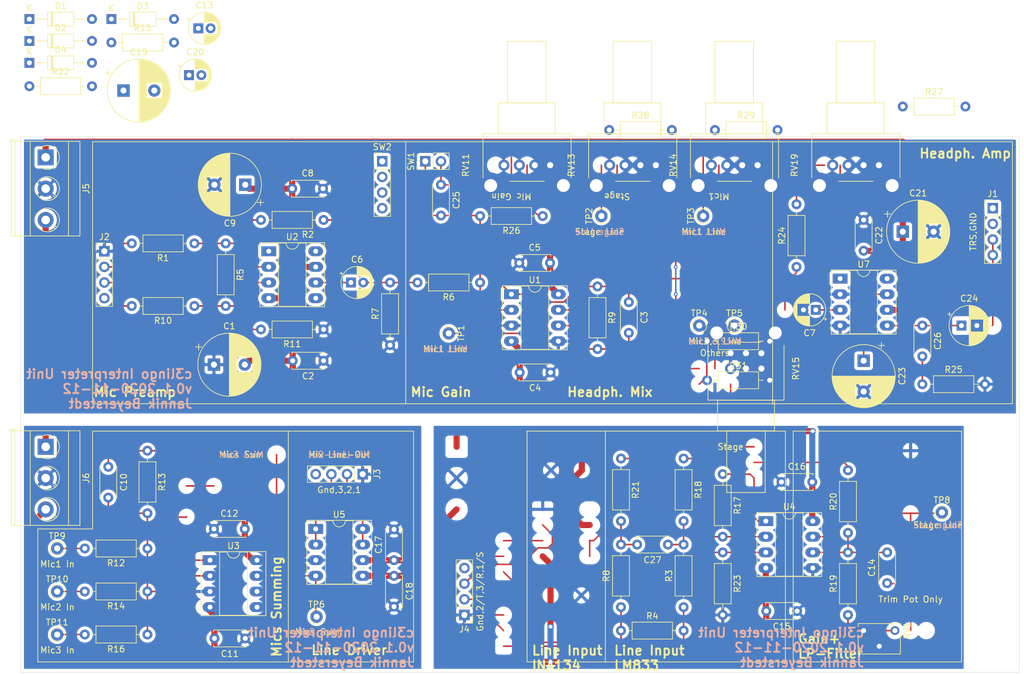
<source format=kicad_pcb>
(kicad_pcb (version 20171130) (host pcbnew "(5.1.8-0-10_14)")
  (title_block (title "c3lingo interpeter unit") (date 2020-12-07) (rev v0.2) (company "Jannik Beyerstedt") (comment 1 "Protoyping Modules Rev2"))
  (layers (0 F.Cu signal) (31 B.Cu signal) (34 B.Paste user) (35 F.Paste user) (36 B.SilkS user) (37 F.SilkS user) (38 B.Mask user) (39 F.Mask user) (44 Edge.Cuts user))
  (net 0 "")
  (net 1 -15V)
  (net 2 "Net-(C3-Pad2)")
  (net 3 "Net-(C3-Pad1)")
  (net 4 +15V)
  (net 5 "Net-(C6-Pad2)")
  (net 6 "Net-(C6-Pad1)")
  (net 7 "Net-(C7-Pad1)")
  (net 8 "Net-(C10-Pad2)")
  (net 9 "Net-(C10-Pad1)")
  (net 10 "Net-(C13-Pad1)")
  (net 11 Stage)
  (net 12 "Net-(C14-Pad2)")
  (net 13 Mic1)
  (net 14 "Net-(J2-Pad3)")
  (net 15 "Net-(J2-Pad2)")
  (net 16 "Net-(J3-Pad2)")
  (net 17 "Net-(J3-Pad3)")
  (net 18 "Net-(J4-Pad3)")
  (net 19 "Net-(J4-Pad2)")
  (net 20 "Net-(JP1-Pad3)")
  (net 21 "Net-(JP2-Pad3)")
  (net 22 "Net-(JP3-Pad3)")
  (net 23 "Net-(R1-Pad1)")
  (net 24 "Net-(R10-Pad1)")
  (net 25 "Net-(R17-Pad2)")
  (net 26 "Net-(R19-Pad1)")
  (net 27 "Net-(R21-Pad1)")
  (net 28 "Net-(R26-Pad1)")
  (net 29 "Net-(C23-Pad1)")
  (net 30 "Net-(C24-Pad1)")
  (net 31 "Net-(C25-Pad2)")
  (net 32 "Net-(C26-Pad2)")
  (net 33 "Net-(R24-Pad2)")
  (net 34 "Net-(R14-Pad2)")
  (net 35 "Net-(R16-Pad2)")
  (net 36 "Net-(RV15-Pad6)")
  (net 37 "Net-(RV15-Pad3)")
  (net 38 "Net-(C7-Pad2)")
  (net 39 "Net-(C27-Pad2)")
  (net 40 "Net-(C27-Pad1)")
  (net 41 "Net-(R17-Pad1)")
  (net 42 "Net-(R27-Pad1)")
  (net 43 "Net-(R28-Pad2)")
  (net 44 "Net-(R29-Pad2)")
  (net 45 "Net-(R30-Pad2)")
  (net 46 "Net-(R31-Pad2)")
  (net 47 GND)
  (net 48 "Net-(C13-Pad2)")
  (net 49 "Net-(C20-Pad2)")
  (net 50 "Net-(C20-Pad1)")
  (module Resistor_THT:R_Axial_DIN0207_L6.3mm_D2.5mm_P10.16mm_Horizontal (layer F.Cu) (at 16.405225 6.86)
    (fp_text reference R22 (at 5.08 -2.37) (layer F.SilkS))
    (fp_text value "680R 1%")
    (pad 2 thru_hole oval (at 10.16 0) (size 1.6 1.6) (drill 0.8) (layers *.Cu *.Mask) (net 50 "Net-(C20-Pad1)"))
    (pad 1 thru_hole circle (at 0 0) (size 1.6 1.6) (drill 0.8) (layers *.Cu *.Mask) (net 4 +15V))
  )
  (module Resistor_THT:R_Axial_DIN0207_L6.3mm_D2.5mm_P10.16mm_Horizontal (layer F.Cu) (at 29.715225 -0.24)
    (fp_text reference R15 (at 5.08 -2.37) (layer F.SilkS))
    (fp_text value "680R 1%")
    (pad 2 thru_hole oval (at 10.16 0) (size 1.6 1.6) (drill 0.8) (layers *.Cu *.Mask) (net 4 +15V))
    (pad 1 thru_hole circle (at 0 0) (size 1.6 1.6) (drill 0.8) (layers *.Cu *.Mask) (net 10 "Net-(C13-Pad1)"))
  )
  (module Diode_THT:D_DO-35_SOD27_P10.16mm_Horizontal (layer F.Cu) (at 16.405225 3.06)
    (fp_text reference D4 (at 5.08 -2.12) (layer F.SilkS))
    (fp_text value 1N4148)
    (fp_text user K (at 0 -1.8) (layer F.SilkS))
    (pad 2 thru_hole oval (at 10.16 0) (size 1.6 1.6) (drill 0.8) (layers *.Cu *.Mask) (net 47 GND))
    (pad 1 thru_hole rect (at 0 0) (size 1.6 1.6) (drill 0.8) (layers *.Cu *.Mask) (net 49 "Net-(C20-Pad2)"))
  )
  (module Diode_THT:D_DO-35_SOD27_P10.16mm_Horizontal (layer F.Cu) (at 29.715225 -4.04)
    (fp_text reference D3 (at 5.08 -2.12) (layer F.SilkS))
    (fp_text value 1N4148)
    (fp_text user K (at 0 -1.8) (layer F.SilkS))
    (pad 2 thru_hole oval (at 10.16 0) (size 1.6 1.6) (drill 0.8) (layers *.Cu *.Mask) (net 49 "Net-(C20-Pad2)"))
    (pad 1 thru_hole rect (at 0 0) (size 1.6 1.6) (drill 0.8) (layers *.Cu *.Mask) (net 47 GND))
  )
  (module Diode_THT:D_DO-35_SOD27_P10.16mm_Horizontal (layer F.Cu) (at 16.405225 -0.49)
    (fp_text reference D2 (at 5.08 -2.12) (layer F.SilkS))
    (fp_text value 1N4148)
    (fp_text user K (at 0 -1.8) (layer F.SilkS))
    (pad 2 thru_hole oval (at 10.16 0) (size 1.6 1.6) (drill 0.8) (layers *.Cu *.Mask) (net 47 GND))
    (pad 1 thru_hole rect (at 0 0) (size 1.6 1.6) (drill 0.8) (layers *.Cu *.Mask) (net 48 "Net-(C13-Pad2)"))
  )
  (module Diode_THT:D_DO-35_SOD27_P10.16mm_Horizontal (layer F.Cu) (at 16.405225 -4.04)
    (fp_text reference D1 (at 5.08 -2.12) (layer F.SilkS))
    (fp_text value 1N4148)
    (fp_text user K (at 0 -1.8) (layer F.SilkS))
    (pad 2 thru_hole oval (at 10.16 0) (size 1.6 1.6) (drill 0.8) (layers *.Cu *.Mask) (net 48 "Net-(C13-Pad2)"))
    (pad 1 thru_hole rect (at 0 0) (size 1.6 1.6) (drill 0.8) (layers *.Cu *.Mask) (net 47 GND))
  )
  (module Capacitor_THT:CP_Radial_D5.0mm_P2.00mm (layer F.Cu) (at 42.315 5.06)
    (fp_text reference C20 (at 1 -3.75) (layer F.SilkS))
    (fp_text value 1uF)
    (pad 2 thru_hole circle (at 2 0) (size 1.6 1.6) (drill 0.8) (layers *.Cu *.Mask) (net 49 "Net-(C20-Pad2)"))
    (pad 1 thru_hole rect (at 0 0) (size 1.6 1.6) (drill 0.8) (layers *.Cu *.Mask) (net 50 "Net-(C20-Pad1)"))
  )
  (module Capacitor_THT:CP_Radial_D10.0mm_P5.00mm (layer F.Cu) (at 31.679871 7.56)
    (fp_text reference C19 (at 2.5 -6.25) (layer F.SilkS))
    (fp_text value 100uF)
    (pad 2 thru_hole circle (at 5 0) (size 2 2) (drill 1) (layers *.Cu *.Mask) (net 47 GND))
    (pad 1 thru_hole rect (at 0 0) (size 2 2) (drill 1) (layers *.Cu *.Mask) (net 4 +15V))
  )
  (module Capacitor_THT:CP_Radial_D5.0mm_P2.00mm (layer F.Cu) (at 43.815 -2.54)
    (fp_text reference C13 (at 1 -3.75) (layer F.SilkS))
    (fp_text value 1uF)
    (pad 2 thru_hole circle (at 2 0) (size 1.6 1.6) (drill 0.8) (layers *.Cu *.Mask) (net 48 "Net-(C13-Pad2)"))
    (pad 1 thru_hole rect (at 0 0) (size 1.6 1.6) (drill 0.8) (layers *.Cu *.Mask) (net 10 "Net-(C13-Pad1)"))
  )
  (module Package_DIP:DIP-8_W7.62mm_Socket_LongPads (layer F.Cu) (at 45.72 83.82)
    (fp_text reference U3 (at 3.81 -2.33) (layer F.SilkS))
    (fp_text value LM833N)
    (pad 8 thru_hole oval (at 7.62 0) (size 2.4 1.6) (drill 0.8) (layers *.Cu *.Mask) (net 4 +15V))
    (pad 4 thru_hole oval (at 0 7.62) (size 2.4 1.6) (drill 0.8) (layers *.Cu *.Mask) (net 1 -15V))
    (pad 7 thru_hole oval (at 7.62 2.54) (size 2.4 1.6) (drill 0.8) (layers *.Cu *.Mask))
    (pad 3 thru_hole oval (at 0 5.08) (size 2.4 1.6) (drill 0.8) (layers *.Cu *.Mask) (net 47 GND))
    (pad 6 thru_hole oval (at 7.62 5.08) (size 2.4 1.6) (drill 0.8) (layers *.Cu *.Mask))
    (pad 2 thru_hole oval (at 0 2.54) (size 2.4 1.6) (drill 0.8) (layers *.Cu *.Mask) (net 8 "Net-(C10-Pad2)"))
    (pad 5 thru_hole oval (at 7.62 7.62) (size 2.4 1.6) (drill 0.8) (layers *.Cu *.Mask))
    (pad 1 thru_hole rect (at 0 0) (size 2.4 1.6) (drill 0.8) (layers *.Cu *.Mask) (net 9 "Net-(C10-Pad1)"))
  )
  (module JBeyerstedt-Library:Potentiometer_Alps_RK11K_Single_Horizontal (layer F.Cu) (at 150.495 19.685 90)
    (fp_text reference RV19 (at 0 -9.95 90) (layer F.SilkS))
    (fp_text value "50K log.")
    (pad "" thru_hole circle (at 0 -3.75 90) (size 1.8 1.8) (drill 1) (layers *.Cu *.Mask))
    (pad "" thru_hole circle (at -3.3 5.9 90) (size 4.2 4.2) (drill 2.1) (layers *.Cu *.Mask))
    (pad "" thru_hole circle (at -3.3 -5.9 90) (size 4.2 4.2) (drill 2.1) (layers *.Cu *.Mask))
    (pad 1 thru_hole circle (at 0 3.75 90) (size 1.8 1.8) (drill 1) (layers *.Cu *.Mask) (net 42 "Net-(R27-Pad1)"))
    (pad 2 thru_hole circle (at 0 1.25 90) (size 1.8 1.8) (drill 1) (layers *.Cu *.Mask) (net 7 "Net-(C7-Pad1)"))
    (pad 3 thru_hole circle (at 0 -1.25 90) (size 1.8 1.8) (drill 1) (layers *.Cu *.Mask) (net 33 "Net-(R24-Pad2)"))
  )
  (module Potentiometer_THT:Potentiometer_Alps_RK09L_Double_Horizontal (layer F.Cu) (at 130.175 52.705 270)
    (fp_text reference RV15 (at 0 -10.6 90) (layer F.SilkS))
    (fp_text value "50K log. st.")
    (pad "" thru_hole circle (at -5.8 2.25 270) (size 4.2 4.2) (drill 2.1) (layers *.Cu *.Mask))
    (pad "" thru_hole circle (at -5.8 -7.25 270) (size 4.2 4.2) (drill 2.1) (layers *.Cu *.Mask))
    (pad 4 thru_hole circle (at -2.5 0 270) (size 1.8 1.8) (drill 1) (layers *.Cu *.Mask) (net 47 GND))
    (pad 5 thru_hole circle (at -2.5 -2.5 270) (size 1.8 1.8) (drill 1) (layers *.Cu *.Mask) (net 45 "Net-(R30-Pad2)"))
    (pad 6 thru_hole circle (at -2.5 -5 270) (size 1.8 1.8) (drill 1) (layers *.Cu *.Mask) (net 36 "Net-(RV15-Pad6)"))
    (pad 1 thru_hole circle (at 0 0 270) (size 1.8 1.8) (drill 1) (layers *.Cu *.Mask) (net 47 GND))
    (pad 2 thru_hole circle (at 0 -2.5 270) (size 1.8 1.8) (drill 1) (layers *.Cu *.Mask) (net 46 "Net-(R31-Pad2)"))
    (pad 3 thru_hole circle (at 0 -5 270) (size 1.8 1.8) (drill 1) (layers *.Cu *.Mask) (net 37 "Net-(RV15-Pad3)"))
  )
  (module JBeyerstedt-Library:Potentiometer_Alps_RK11K_Single_Horizontal (layer F.Cu) (at 130.81 19.685 90)
    (fp_text reference RV14 (at 0 -9.95 90) (layer F.SilkS))
    (fp_text value "50K log.")
    (pad "" thru_hole circle (at 0 -3.75 90) (size 1.8 1.8) (drill 1) (layers *.Cu *.Mask))
    (pad "" thru_hole circle (at -3.3 5.9 90) (size 4.2 4.2) (drill 2.1) (layers *.Cu *.Mask))
    (pad "" thru_hole circle (at -3.3 -5.9 90) (size 4.2 4.2) (drill 2.1) (layers *.Cu *.Mask))
    (pad 1 thru_hole circle (at 0 3.75 90) (size 1.8 1.8) (drill 1) (layers *.Cu *.Mask) (net 47 GND))
    (pad 2 thru_hole circle (at 0 1.25 90) (size 1.8 1.8) (drill 1) (layers *.Cu *.Mask) (net 44 "Net-(R29-Pad2)"))
    (pad 3 thru_hole circle (at 0 -1.25 90) (size 1.8 1.8) (drill 1) (layers *.Cu *.Mask) (net 13 Mic1))
  )
  (module JBeyerstedt-Library:Potentiometer_Alps_RK11K_Single_Horizontal (layer F.Cu) (at 114.3 19.685 90)
    (fp_text reference RV13 (at 0 -9.95 90) (layer F.SilkS))
    (fp_text value "50K log.")
    (pad "" thru_hole circle (at 0 -3.75 90) (size 1.8 1.8) (drill 1) (layers *.Cu *.Mask))
    (pad "" thru_hole circle (at -3.3 5.9 90) (size 4.2 4.2) (drill 2.1) (layers *.Cu *.Mask))
    (pad "" thru_hole circle (at -3.3 -5.9 90) (size 4.2 4.2) (drill 2.1) (layers *.Cu *.Mask))
    (pad 1 thru_hole circle (at 0 3.75 90) (size 1.8 1.8) (drill 1) (layers *.Cu *.Mask) (net 47 GND))
    (pad 2 thru_hole circle (at 0 1.25 90) (size 1.8 1.8) (drill 1) (layers *.Cu *.Mask) (net 43 "Net-(R28-Pad2)"))
    (pad 3 thru_hole circle (at 0 -1.25 90) (size 1.8 1.8) (drill 1) (layers *.Cu *.Mask) (net 11 Stage))
  )
  (module JBeyerstedt-Library:Potentiometer_Alps_RK11K_Single_Horizontal (layer F.Cu) (at 97.155 19.685 90)
    (fp_text reference RV11 (at 0 -9.95 90) (layer F.SilkS))
    (fp_text value "50K log.")
    (pad "" thru_hole circle (at 0 -3.75 90) (size 1.8 1.8) (drill 1) (layers *.Cu *.Mask))
    (pad "" thru_hole circle (at -3.3 5.9 90) (size 4.2 4.2) (drill 2.1) (layers *.Cu *.Mask))
    (pad "" thru_hole circle (at -3.3 -5.9 90) (size 4.2 4.2) (drill 2.1) (layers *.Cu *.Mask))
    (pad 1 thru_hole circle (at 0 3.75 90) (size 1.8 1.8) (drill 1) (layers *.Cu *.Mask) (net 28 "Net-(R26-Pad1)"))
    (pad 2 thru_hole circle (at 0 1.25 90) (size 1.8 1.8) (drill 1) (layers *.Cu *.Mask) (net 13 Mic1))
    (pad 3 thru_hole circle (at 0 -1.25 90) (size 1.8 1.8) (drill 1) (layers *.Cu *.Mask))
  )
  (module Potentiometer_THT:Potentiometer_Vishay_T73XX_Horizontal (layer F.Cu) (at 156.845 95.25 270)
    (fp_text reference RV1 (at 0 -2.01 90) (layer F.SilkS))
    (fp_text value 100K)
    (pad 1 thru_hole circle (at 0 0 270) (size 1.44 1.44) (drill 0.8) (layers *.Cu *.Mask) (net 26 "Net-(R19-Pad1)"))
    (pad 2 thru_hole circle (at 2.54 2.54 270) (size 1.44 1.44) (drill 0.8) (layers *.Cu *.Mask) (net 11 Stage))
    (pad 3 thru_hole circle (at 0 5.08 270) (size 1.44 1.44) (drill 0.8) (layers *.Cu *.Mask))
  )
  (module Resistor_THT:R_Axial_DIN0207_L6.3mm_D2.5mm_P10.16mm_Horizontal (layer F.Cu) (at 126.365 54.61)
    (fp_text reference R31 (at 5.08 -2.37) (layer F.SilkS))
    (fp_text value 22K)
    (pad 2 thru_hole oval (at 10.16 0) (size 1.6 1.6) (drill 0.8) (layers *.Cu *.Mask) (net 46 "Net-(R31-Pad2)"))
    (pad 1 thru_hole circle (at 0 0) (size 1.6 1.6) (drill 0.8) (layers *.Cu *.Mask) (net 2 "Net-(C3-Pad2)"))
  )
  (module Resistor_THT:R_Axial_DIN0207_L6.3mm_D2.5mm_P10.16mm_Horizontal (layer F.Cu) (at 126.365 48.26)
    (fp_text reference R30 (at 5.08 -2.37) (layer F.SilkS))
    (fp_text value 22K)
    (pad 2 thru_hole oval (at 10.16 0) (size 1.6 1.6) (drill 0.8) (layers *.Cu *.Mask) (net 45 "Net-(R30-Pad2)"))
    (pad 1 thru_hole circle (at 0 0) (size 1.6 1.6) (drill 0.8) (layers *.Cu *.Mask) (net 2 "Net-(C3-Pad2)"))
  )
  (module Resistor_THT:R_Axial_DIN0207_L6.3mm_D2.5mm_P10.16mm_Horizontal (layer F.Cu) (at 127.635 13.97)
    (fp_text reference R29 (at 5.08 -2.37) (layer F.SilkS))
    (fp_text value 22K)
    (pad 2 thru_hole oval (at 10.16 0) (size 1.6 1.6) (drill 0.8) (layers *.Cu *.Mask) (net 44 "Net-(R29-Pad2)"))
    (pad 1 thru_hole circle (at 0 0) (size 1.6 1.6) (drill 0.8) (layers *.Cu *.Mask) (net 2 "Net-(C3-Pad2)"))
  )
  (module Resistor_THT:R_Axial_DIN0207_L6.3mm_D2.5mm_P10.16mm_Horizontal (layer F.Cu) (at 110.49 13.97)
    (fp_text reference R28 (at 5.08 -2.37) (layer F.SilkS))
    (fp_text value 22K)
    (pad 2 thru_hole oval (at 10.16 0) (size 1.6 1.6) (drill 0.8) (layers *.Cu *.Mask) (net 43 "Net-(R28-Pad2)"))
    (pad 1 thru_hole circle (at 0 0) (size 1.6 1.6) (drill 0.8) (layers *.Cu *.Mask) (net 2 "Net-(C3-Pad2)"))
  )
  (module Resistor_THT:R_Axial_DIN0207_L6.3mm_D2.5mm_P10.16mm_Horizontal (layer F.Cu) (at 158.115 10.16)
    (fp_text reference R27 (at 5.08 -2.37) (layer F.SilkS))
    (fp_text value 2.2K)
    (pad 2 thru_hole oval (at 10.16 0) (size 1.6 1.6) (drill 0.8) (layers *.Cu *.Mask) (net 47 GND))
    (pad 1 thru_hole circle (at 0 0) (size 1.6 1.6) (drill 0.8) (layers *.Cu *.Mask) (net 42 "Net-(R27-Pad1)"))
  )
  (module Capacitor_THT:CP_Radial_D6.3mm_P2.50mm (layer F.Cu) (at 167.64 45.72)
    (fp_text reference C24 (at 1.25 -4.4) (layer F.SilkS))
    (fp_text value 220uF)
    (pad 2 thru_hole circle (at 2.5 0) (size 1.6 1.6) (drill 0.8) (layers *.Cu *.Mask))
    (pad 1 thru_hole rect (at 0 0) (size 1.6 1.6) (drill 0.8) (layers *.Cu *.Mask) (net 30 "Net-(C24-Pad1)"))
  )
  (module Capacitor_THT:CP_Radial_D5.0mm_P2.00mm (layer F.Cu) (at 144 43.18 180)
    (fp_text reference C7 (at 1 -3.75) (layer F.SilkS))
    (fp_text value 1uF)
    (pad 2 thru_hole circle (at 2 0 180) (size 1.6 1.6) (drill 0.8) (layers *.Cu *.Mask) (net 38 "Net-(C7-Pad2)"))
    (pad 1 thru_hole rect (at 0 0 180) (size 1.6 1.6) (drill 0.8) (layers *.Cu *.Mask) (net 7 "Net-(C7-Pad1)"))
  )
  (module Capacitor_THT:CP_Radial_D5.0mm_P2.00mm (layer F.Cu) (at 68.58 38.735)
    (fp_text reference C6 (at 1 -3.75) (layer F.SilkS))
    (fp_text value 1uF)
    (pad 2 thru_hole circle (at 2 0) (size 1.6 1.6) (drill 0.8) (layers *.Cu *.Mask) (net 5 "Net-(C6-Pad2)"))
    (pad 1 thru_hole rect (at 0 0) (size 1.6 1.6) (drill 0.8) (layers *.Cu *.Mask) (net 6 "Net-(C6-Pad1)"))
  )
  (module Resistor_THT:R_Axial_DIN0207_L6.3mm_D2.5mm_P10.16mm_Horizontal (layer F.Cu) (at 112.395 91.44 90)
    (fp_text reference R8 (at 5.08 -2.37 90) (layer F.SilkS))
    (fp_text value 10K)
    (pad 2 thru_hole oval (at 10.16 0 90) (size 1.6 1.6) (drill 0.8) (layers *.Cu *.Mask) (net 39 "Net-(C27-Pad2)"))
    (pad 1 thru_hole circle (at 0 0 90) (size 1.6 1.6) (drill 0.8) (layers *.Cu *.Mask) (net 18 "Net-(J4-Pad3)"))
  )
  (module Resistor_THT:R_Axial_DIN0207_L6.3mm_D2.5mm_P10.16mm_Horizontal (layer F.Cu) (at 112.395 95.25)
    (fp_text reference R4 (at 5.08 -2.37) (layer F.SilkS))
    (fp_text value 3.3K)
    (pad 2 thru_hole oval (at 10.16 0) (size 1.6 1.6) (drill 0.8) (layers *.Cu *.Mask) (net 19 "Net-(J4-Pad2)"))
    (pad 1 thru_hole circle (at 0 0) (size 1.6 1.6) (drill 0.8) (layers *.Cu *.Mask) (net 18 "Net-(J4-Pad3)"))
  )
  (module Resistor_THT:R_Axial_DIN0207_L6.3mm_D2.5mm_P10.16mm_Horizontal (layer F.Cu) (at 122.555 91.44 90)
    (fp_text reference R3 (at 5.08 -2.37 90) (layer F.SilkS))
    (fp_text value 10K)
    (pad 2 thru_hole oval (at 10.16 0 90) (size 1.6 1.6) (drill 0.8) (layers *.Cu *.Mask) (net 40 "Net-(C27-Pad1)"))
    (pad 1 thru_hole circle (at 0 0 90) (size 1.6 1.6) (drill 0.8) (layers *.Cu *.Mask) (net 19 "Net-(J4-Pad2)"))
  )
  (module Capacitor_THT:C_Disc_D5.0mm_W2.5mm_P5.00mm (layer F.Cu) (at 120.015 81.28 180)
    (fp_text reference C27 (at 2.5 -2.5) (layer F.SilkS))
    (fp_text value 220pF)
    (pad 2 thru_hole circle (at 5 0 180) (size 1.6 1.6) (drill 0.8) (layers *.Cu *.Mask) (net 39 "Net-(C27-Pad2)"))
    (pad 1 thru_hole circle (at 0 0 180) (size 1.6 1.6) (drill 0.8) (layers *.Cu *.Mask) (net 40 "Net-(C27-Pad1)"))
  )
  (module Capacitor_THT:C_Disc_D5.0mm_W2.5mm_P5.00mm (layer F.Cu) (at 113.665 41.91 270)
    (fp_text reference C3 (at 2.5 -2.5 90) (layer F.SilkS))
    (fp_text value 22pF)
    (pad 2 thru_hole circle (at 5 0 270) (size 1.6 1.6) (drill 0.8) (layers *.Cu *.Mask) (net 2 "Net-(C3-Pad2)"))
    (pad 1 thru_hole circle (at 0 0 270) (size 1.6 1.6) (drill 0.8) (layers *.Cu *.Mask) (net 3 "Net-(C3-Pad1)"))
  )
  (module TestPoint:TestPoint_THTPad_D2.0mm_Drill1.0mm (layer F.Cu) (at 20.92 95.905)
    (fp_text reference TP11 (at 0 -1.998) (layer F.SilkS))
    (fp_text value Mic3)
    (pad 1 thru_hole circle (at 0 0) (size 2 2) (drill 1) (layers *.Cu *.Mask) (net 35 "Net-(R16-Pad2)"))
  )
  (module TestPoint:TestPoint_THTPad_D2.0mm_Drill1.0mm (layer F.Cu) (at 20.92 88.905)
    (fp_text reference TP10 (at 0 -1.998) (layer F.SilkS))
    (fp_text value Mic2)
    (pad 1 thru_hole circle (at 0 0) (size 2 2) (drill 1) (layers *.Cu *.Mask) (net 34 "Net-(R14-Pad2)"))
  )
  (module TestPoint:TestPoint_THTPad_D2.0mm_Drill1.0mm (layer F.Cu) (at 20.92 81.905)
    (fp_text reference TP9 (at 0 -1.998) (layer F.SilkS))
    (fp_text value Mic1)
    (pad 1 thru_hole circle (at 0 0) (size 2 2) (drill 1) (layers *.Cu *.Mask) (net 13 Mic1))
  )
  (module TestPoint:TestPoint_THTPad_D2.0mm_Drill1.0mm (layer F.Cu) (at 164.465 76.07)
    (fp_text reference TP8 (at 0 -1.998) (layer F.SilkS))
    (fp_text value Stage)
    (pad 1 thru_hole circle (at 0 0) (size 2 2) (drill 1) (layers *.Cu *.Mask) (net 11 Stage))
  )
  (module TestPoint:TestPoint_THTPad_D2.0mm_Drill1.0mm (layer F.Cu) (at 63 93)
    (fp_text reference TP6 (at 0 -1.998) (layer F.SilkS))
    (fp_text value MicSum)
    (pad 1 thru_hole circle (at 0 0) (size 2 2) (drill 1) (layers *.Cu *.Mask) (net 9 "Net-(C10-Pad1)"))
  )
  (module TestPoint:TestPoint_THTPad_D2.0mm_Drill1.0mm (layer F.Cu) (at 130.81 45.72)
    (fp_text reference TP5 (at 0 -1.998) (layer F.SilkS))
    (fp_text value Mic3)
    (pad 1 thru_hole circle (at 0 0) (size 2 2) (drill 1) (layers *.Cu *.Mask) (net 37 "Net-(RV15-Pad3)"))
  )
  (module TestPoint:TestPoint_THTPad_D2.0mm_Drill1.0mm (layer F.Cu) (at 125.095 45.72)
    (fp_text reference TP4 (at 0 -1.998) (layer F.SilkS))
    (fp_text value Mic2)
    (pad 1 thru_hole circle (at 0 0) (size 2 2) (drill 1) (layers *.Cu *.Mask) (net 36 "Net-(RV15-Pad6)"))
  )
  (module TestPoint:TestPoint_THTPad_D2.0mm_Drill1.0mm (layer F.Cu) (at 125.73 27.94 90)
    (fp_text reference TP3 (at 0 -1.998 90) (layer F.SilkS))
    (fp_text value Mic1)
    (pad 1 thru_hole circle (at 0 0 90) (size 2 2) (drill 1) (layers *.Cu *.Mask) (net 13 Mic1))
  )
  (module TestPoint:TestPoint_THTPad_D2.0mm_Drill1.0mm (layer F.Cu) (at 109.22 27.94 90)
    (fp_text reference TP2 (at 0 -1.998 90) (layer F.SilkS))
    (fp_text value Stage)
    (pad 1 thru_hole circle (at 0 0 90) (size 2 2) (drill 1) (layers *.Cu *.Mask) (net 11 Stage))
  )
  (module TestPoint:TestPoint_THTPad_D2.0mm_Drill1.0mm (layer F.Cu) (at 84.455 46.99 270)
    (fp_text reference TP1 (at 0 -1.998 90) (layer F.SilkS))
    (fp_text value Mic1)
    (pad 1 thru_hole circle (at 0 0 270) (size 2 2) (drill 1) (layers *.Cu *.Mask) (net 13 Mic1))
  )
  (module TerminalBlock_MetzConnect:TerminalBlock_MetzConnect_Type073_RT02603HBLU_1x03_P5.08mm_Horizontal (layer F.Cu) (at 19.05 65.405 270)
    (fp_text reference J6 (at 5.08 -6.56 90) (layer F.SilkS))
    (fp_text value PowerSupply)
    (pad 3 thru_hole circle (at 10.16 0 270) (size 2.6 2.6) (drill 1.4) (layers *.Cu *.Mask) (net 1 -15V))
    (pad 2 thru_hole circle (at 5.08 0 270) (size 2.6 2.6) (drill 1.4) (layers *.Cu *.Mask) (net 47 GND))
    (pad 1 thru_hole rect (at 0 0 270) (size 2.6 2.6) (drill 1.4) (layers *.Cu *.Mask) (net 4 +15V))
  )
  (module Connector_PinHeader_2.54mm:PinHeader_1x04_P2.54mm_Vertical (layer F.Cu) (at 73.66 19.05)
    (fp_text reference SW2 (at 0 -2.33) (layer F.SilkS))
    (fp_text value OnAir_1)
    (pad 4 thru_hole oval (at 0 7.62) (size 1.7 1.7) (drill 1) (layers *.Cu *.Mask))
    (pad 3 thru_hole oval (at 0 5.08) (size 1.7 1.7) (drill 1) (layers *.Cu *.Mask))
    (pad 2 thru_hole oval (at 0 2.54) (size 1.7 1.7) (drill 1) (layers *.Cu *.Mask))
    (pad 1 thru_hole rect (at 0 0) (size 1.7 1.7) (drill 1) (layers *.Cu *.Mask))
  )
  (module Package_DIP:DIP-8_W7.62mm_Socket_LongPads (layer F.Cu) (at 147.955 38.1)
    (fp_text reference U7 (at 3.81 -2.33) (layer F.SilkS))
    (fp_text value LM386N-4)
    (pad 8 thru_hole oval (at 7.62 0) (size 2.4 1.6) (drill 0.8) (layers *.Cu *.Mask))
    (pad 4 thru_hole oval (at 0 7.62) (size 2.4 1.6) (drill 0.8) (layers *.Cu *.Mask) (net 47 GND))
    (pad 7 thru_hole oval (at 7.62 2.54) (size 2.4 1.6) (drill 0.8) (layers *.Cu *.Mask) (net 29 "Net-(C23-Pad1)"))
    (pad 3 thru_hole oval (at 0 5.08) (size 2.4 1.6) (drill 0.8) (layers *.Cu *.Mask) (net 38 "Net-(C7-Pad2)"))
    (pad 6 thru_hole oval (at 7.62 5.08) (size 2.4 1.6) (drill 0.8) (layers *.Cu *.Mask) (net 4 +15V))
    (pad 2 thru_hole oval (at 0 2.54) (size 2.4 1.6) (drill 0.8) (layers *.Cu *.Mask) (net 47 GND))
    (pad 5 thru_hole oval (at 7.62 7.62) (size 2.4 1.6) (drill 0.8) (layers *.Cu *.Mask) (net 30 "Net-(C24-Pad1)"))
    (pad 1 thru_hole rect (at 0 0) (size 2.4 1.6) (drill 0.8) (layers *.Cu *.Mask))
  )
  (module Resistor_THT:R_Axial_DIN0207_L6.3mm_D2.5mm_P10.16mm_Horizontal (layer F.Cu) (at 161.29 55.245)
    (fp_text reference R25 (at 5.08 -2.37) (layer F.SilkS))
    (fp_text value 12R)
    (pad 2 thru_hole oval (at 10.16 0) (size 1.6 1.6) (drill 0.8) (layers *.Cu *.Mask) (net 47 GND))
    (pad 1 thru_hole circle (at 0 0) (size 1.6 1.6) (drill 0.8) (layers *.Cu *.Mask) (net 32 "Net-(C26-Pad2)"))
  )
  (module Resistor_THT:R_Axial_DIN0207_L6.3mm_D2.5mm_P10.16mm_Horizontal (layer F.Cu) (at 140.875 36.195 90)
    (fp_text reference R24 (at 5.08 -2.37 90) (layer F.SilkS))
    (fp_text value 330K)
    (pad 2 thru_hole oval (at 10.16 0 90) (size 1.6 1.6) (drill 0.8) (layers *.Cu *.Mask) (net 33 "Net-(R24-Pad2)"))
    (pad 1 thru_hole circle (at 0 0 90) (size 1.6 1.6) (drill 0.8) (layers *.Cu *.Mask) (net 3 "Net-(C3-Pad1)"))
  )
  (module Capacitor_THT:C_Disc_D5.0mm_W2.5mm_P5.00mm (layer F.Cu) (at 161.29 45.72 270)
    (fp_text reference C26 (at 2.5 -2.5 90) (layer F.SilkS))
    (fp_text value 47nF)
    (pad 2 thru_hole circle (at 5 0 270) (size 1.6 1.6) (drill 0.8) (layers *.Cu *.Mask) (net 32 "Net-(C26-Pad2)"))
    (pad 1 thru_hole circle (at 0 0 270) (size 1.6 1.6) (drill 0.8) (layers *.Cu *.Mask) (net 30 "Net-(C24-Pad1)"))
  )
  (module Capacitor_THT:CP_Radial_D10.0mm_P5.00mm (layer F.Cu) (at 151.765 51.435 270)
    (fp_text reference C23 (at 2.5 -6.25 90) (layer F.SilkS))
    (fp_text value 100uF)
    (pad 2 thru_hole circle (at 5 0 270) (size 2 2) (drill 1) (layers *.Cu *.Mask) (net 47 GND))
    (pad 1 thru_hole rect (at 0 0 270) (size 2 2) (drill 1) (layers *.Cu *.Mask) (net 29 "Net-(C23-Pad1)"))
  )
  (module Capacitor_THT:C_Disc_D5.0mm_W2.5mm_P5.00mm (layer F.Cu) (at 151.765 28.575 270)
    (fp_text reference C22 (at 2.5 -2.5 90) (layer F.SilkS))
    (fp_text value 100nF)
    (pad 2 thru_hole circle (at 5 0 270) (size 1.6 1.6) (drill 0.8) (layers *.Cu *.Mask) (net 4 +15V))
    (pad 1 thru_hole circle (at 0 0 270) (size 1.6 1.6) (drill 0.8) (layers *.Cu *.Mask) (net 47 GND))
  )
  (module Capacitor_THT:CP_Radial_D10.0mm_P5.00mm (layer F.Cu) (at 158.115 30.48)
    (fp_text reference C21 (at 2.5 -6.25) (layer F.SilkS))
    (fp_text value 100uF)
    (pad 2 thru_hole circle (at 5 0) (size 2 2) (drill 1) (layers *.Cu *.Mask) (net 47 GND))
    (pad 1 thru_hole rect (at 0 0) (size 2 2) (drill 1) (layers *.Cu *.Mask) (net 4 +15V))
  )
  (module Capacitor_THT:CP_Radial_D10.0mm_P5.00mm (layer F.Cu) (at 46.355 52.07)
    (fp_text reference C1 (at 2.5 -6.25) (layer F.SilkS))
    (fp_text value 100uF)
    (pad 1 thru_hole rect (at 0 0) (size 2 2) (drill 1) (layers *.Cu *.Mask) (net 47 GND))
    (pad 2 thru_hole circle (at 5 0) (size 2 2) (drill 1) (layers *.Cu *.Mask) (net 1 -15V))
  )
  (module Capacitor_THT:C_Disc_D5.0mm_W2.5mm_P5.00mm (layer F.Cu) (at 64.135 51.435 180)
    (fp_text reference C2 (at 2.5 -2.5) (layer F.SilkS))
    (fp_text value 100nF)
    (pad 2 thru_hole circle (at 5 0 180) (size 1.6 1.6) (drill 0.8) (layers *.Cu *.Mask) (net 1 -15V))
    (pad 1 thru_hole circle (at 0 0 180) (size 1.6 1.6) (drill 0.8) (layers *.Cu *.Mask) (net 47 GND))
  )
  (module Capacitor_THT:C_Disc_D5.0mm_W2.5mm_P5.00mm (layer F.Cu) (at 100.965 53.34 180)
    (fp_text reference C4 (at 2.5 -2.5) (layer F.SilkS))
    (fp_text value 100nF)
    (pad 2 thru_hole circle (at 5 0 180) (size 1.6 1.6) (drill 0.8) (layers *.Cu *.Mask) (net 1 -15V))
    (pad 1 thru_hole circle (at 0 0 180) (size 1.6 1.6) (drill 0.8) (layers *.Cu *.Mask) (net 47 GND))
  )
  (module Capacitor_THT:C_Disc_D5.0mm_W2.5mm_P5.00mm (layer F.Cu) (at 95.885 35.56)
    (fp_text reference C5 (at 2.5 -2.5) (layer F.SilkS))
    (fp_text value 100nF)
    (pad 1 thru_hole circle (at 0 0) (size 1.6 1.6) (drill 0.8) (layers *.Cu *.Mask) (net 47 GND))
    (pad 2 thru_hole circle (at 5 0) (size 1.6 1.6) (drill 0.8) (layers *.Cu *.Mask) (net 4 +15V))
  )
  (module Capacitor_THT:C_Disc_D5.0mm_W2.5mm_P5.00mm (layer F.Cu) (at 59.055 23.495)
    (fp_text reference C8 (at 2.5 -2.5) (layer F.SilkS))
    (fp_text value 100nF)
    (pad 1 thru_hole circle (at 0 0) (size 1.6 1.6) (drill 0.8) (layers *.Cu *.Mask) (net 4 +15V))
    (pad 2 thru_hole circle (at 5 0) (size 1.6 1.6) (drill 0.8) (layers *.Cu *.Mask) (net 47 GND))
  )
  (module Capacitor_THT:CP_Radial_D10.0mm_P5.00mm (layer F.Cu) (at 51.435 22.86 180)
    (fp_text reference C9 (at 2.5 -6.25) (layer F.SilkS))
    (fp_text value 100uF)
    (pad 2 thru_hole circle (at 5 0 180) (size 2 2) (drill 1) (layers *.Cu *.Mask) (net 47 GND))
    (pad 1 thru_hole rect (at 0 0 180) (size 2 2) (drill 1) (layers *.Cu *.Mask) (net 4 +15V))
  )
  (module Capacitor_THT:C_Disc_D5.0mm_W2.5mm_P5.00mm (layer F.Cu) (at 29.21 68.66 270)
    (fp_text reference C10 (at 2.5 -2.5 90) (layer F.SilkS))
    (fp_text value 22pF)
    (pad 2 thru_hole circle (at 5 0 270) (size 1.6 1.6) (drill 0.8) (layers *.Cu *.Mask) (net 8 "Net-(C10-Pad2)"))
    (pad 1 thru_hole circle (at 0 0 270) (size 1.6 1.6) (drill 0.8) (layers *.Cu *.Mask) (net 9 "Net-(C10-Pad1)"))
  )
  (module Capacitor_THT:C_Disc_D5.0mm_W2.5mm_P5.00mm (layer F.Cu) (at 51.435 96.52 180)
    (fp_text reference C11 (at 2.5 -2.5) (layer F.SilkS))
    (fp_text value 100nF)
    (pad 2 thru_hole circle (at 5 0 180) (size 1.6 1.6) (drill 0.8) (layers *.Cu *.Mask) (net 1 -15V))
    (pad 1 thru_hole circle (at 0 0 180) (size 1.6 1.6) (drill 0.8) (layers *.Cu *.Mask) (net 47 GND))
  )
  (module Capacitor_THT:C_Disc_D5.0mm_W2.5mm_P5.00mm (layer F.Cu) (at 46.355 78.74)
    (fp_text reference C12 (at 2.5 -2.5) (layer F.SilkS))
    (fp_text value 100nF)
    (pad 2 thru_hole circle (at 5 0) (size 1.6 1.6) (drill 0.8) (layers *.Cu *.Mask) (net 4 +15V))
    (pad 1 thru_hole circle (at 0 0) (size 1.6 1.6) (drill 0.8) (layers *.Cu *.Mask) (net 47 GND))
  )
  (module Capacitor_THT:C_Disc_D5.0mm_W2.5mm_P5.00mm (layer F.Cu) (at 155.575 87.55 90)
    (fp_text reference C14 (at 2.5 -2.5 90) (layer F.SilkS))
    (fp_text value 47pF)
    (pad 1 thru_hole circle (at 0 0 90) (size 1.6 1.6) (drill 0.8) (layers *.Cu *.Mask) (net 11 Stage))
    (pad 2 thru_hole circle (at 5 0 90) (size 1.6 1.6) (drill 0.8) (layers *.Cu *.Mask) (net 12 "Net-(C14-Pad2)"))
  )
  (module Capacitor_THT:C_Disc_D5.0mm_W2.5mm_P5.00mm (layer F.Cu) (at 140.97 92.075 180)
    (fp_text reference C15 (at 2.5 -2.5) (layer F.SilkS))
    (fp_text value 100nF)
    (pad 2 thru_hole circle (at 5 0 180) (size 1.6 1.6) (drill 0.8) (layers *.Cu *.Mask) (net 1 -15V))
    (pad 1 thru_hole circle (at 0 0 180) (size 1.6 1.6) (drill 0.8) (layers *.Cu *.Mask) (net 47 GND))
  )
  (module Capacitor_THT:C_Disc_D5.0mm_W2.5mm_P5.00mm (layer F.Cu) (at 138.43 71.12)
    (fp_text reference C16 (at 2.5 -2.5) (layer F.SilkS))
    (fp_text value 100nF)
    (pad 1 thru_hole circle (at 0 0) (size 1.6 1.6) (drill 0.8) (layers *.Cu *.Mask) (net 47 GND))
    (pad 2 thru_hole circle (at 5 0) (size 1.6 1.6) (drill 0.8) (layers *.Cu *.Mask) (net 4 +15V))
  )
  (module Capacitor_THT:C_Disc_D5.0mm_W2.5mm_P5.00mm (layer F.Cu) (at 75.565 83.82 90)
    (fp_text reference C17 (at 2.5 -2.5 90) (layer F.SilkS))
    (fp_text value 1uF)
    (pad 1 thru_hole circle (at 0 0 90) (size 1.6 1.6) (drill 0.8) (layers *.Cu *.Mask) (net 4 +15V))
    (pad 2 thru_hole circle (at 5 0 90) (size 1.6 1.6) (drill 0.8) (layers *.Cu *.Mask) (net 47 GND))
  )
  (module Capacitor_THT:C_Disc_D5.0mm_W2.5mm_P5.00mm (layer F.Cu) (at 75.565 86.36 270)
    (fp_text reference C18 (at 2.5 -2.5 90) (layer F.SilkS))
    (fp_text value 1uF)
    (pad 2 thru_hole circle (at 5 0 270) (size 1.6 1.6) (drill 0.8) (layers *.Cu *.Mask) (net 47 GND))
    (pad 1 thru_hole circle (at 0 0 270) (size 1.6 1.6) (drill 0.8) (layers *.Cu *.Mask) (net 1 -15V))
  )
  (module Capacitor_THT:C_Disc_D5.0mm_W2.5mm_P5.00mm (layer F.Cu) (at 83.185 22.86 270)
    (fp_text reference C25 (at 2.5 -2.5 90) (layer F.SilkS))
    (fp_text value 100nF)
    (pad 1 thru_hole circle (at 0 0 270) (size 1.6 1.6) (drill 0.8) (layers *.Cu *.Mask) (net 13 Mic1))
    (pad 2 thru_hole circle (at 5 0 270) (size 1.6 1.6) (drill 0.8) (layers *.Cu *.Mask) (net 31 "Net-(C25-Pad2)"))
  )
  (module TerminalBlock_MetzConnect:TerminalBlock_MetzConnect_Type073_RT02603HBLU_1x03_P5.08mm_Horizontal (layer F.Cu) (at 19.05 18.415 270)
    (fp_text reference J5 (at 5.08 -6.56 90) (layer F.SilkS))
    (fp_text value PowerSupply)
    (pad 1 thru_hole rect (at 0 0 270) (size 2.6 2.6) (drill 1.4) (layers *.Cu *.Mask) (net 4 +15V))
    (pad 2 thru_hole circle (at 5.08 0 270) (size 2.6 2.6) (drill 1.4) (layers *.Cu *.Mask) (net 47 GND))
    (pad 3 thru_hole circle (at 10.16 0 270) (size 2.6 2.6) (drill 1.4) (layers *.Cu *.Mask) (net 1 -15V))
  )
  (module Resistor_THT:R_Axial_DIN0207_L6.3mm_D2.5mm_P10.16mm_Horizontal (layer F.Cu) (at 43.18 32.385 180)
    (fp_text reference R1 (at 5.08 -2.37) (layer F.SilkS))
    (fp_text value "1K 1%")
    (pad 2 thru_hole oval (at 10.16 0 180) (size 1.6 1.6) (drill 0.8) (layers *.Cu *.Mask) (net 48 "Net-(C13-Pad2)"))
    (pad 1 thru_hole circle (at 0 0 180) (size 1.6 1.6) (drill 0.8) (layers *.Cu *.Mask) (net 23 "Net-(R1-Pad1)"))
  )
  (module Resistor_THT:R_Axial_DIN0207_L6.3mm_D2.5mm_P10.16mm_Horizontal (layer F.Cu) (at 64.135 28.575 180)
    (fp_text reference R2 (at 2.54 -2.37) (layer F.SilkS))
    (fp_text value "330K 1%")
    (pad 2 thru_hole oval (at 10.16 0 180) (size 1.6 1.6) (drill 0.8) (layers *.Cu *.Mask) (net 23 "Net-(R1-Pad1)"))
    (pad 1 thru_hole circle (at 0 0 180) (size 1.6 1.6) (drill 0.8) (layers *.Cu *.Mask) (net 6 "Net-(C6-Pad1)"))
  )
  (module Resistor_THT:R_Axial_DIN0207_L6.3mm_D2.5mm_P10.16mm_Horizontal (layer F.Cu) (at 48.26 32.385 270)
    (fp_text reference R5 (at 5.08 -2.37 90) (layer F.SilkS))
    (fp_text value "27K 1%")
    (pad 1 thru_hole circle (at 0 0 270) (size 1.6 1.6) (drill 0.8) (layers *.Cu *.Mask) (net 23 "Net-(R1-Pad1)"))
    (pad 2 thru_hole oval (at 10.16 0 270) (size 1.6 1.6) (drill 0.8) (layers *.Cu *.Mask) (net 24 "Net-(R10-Pad1)"))
  )
  (module Resistor_THT:R_Axial_DIN0207_L6.3mm_D2.5mm_P10.16mm_Horizontal (layer F.Cu) (at 89.535 38.735 180)
    (fp_text reference R6 (at 5.08 -2.37) (layer F.SilkS))
    (fp_text value 1.5K)
    (pad 1 thru_hole circle (at 0 0 180) (size 1.6 1.6) (drill 0.8) (layers *.Cu *.Mask) (net 31 "Net-(C25-Pad2)"))
    (pad 2 thru_hole oval (at 10.16 0 180) (size 1.6 1.6) (drill 0.8) (layers *.Cu *.Mask) (net 5 "Net-(C6-Pad2)"))
  )
  (module Resistor_THT:R_Axial_DIN0207_L6.3mm_D2.5mm_P10.16mm_Horizontal (layer F.Cu) (at 74.93 48.895 90)
    (fp_text reference R7 (at 5.08 -2.37 90) (layer F.SilkS))
    (fp_text value 470R)
    (pad 1 thru_hole circle (at 0 0 90) (size 1.6 1.6) (drill 0.8) (layers *.Cu *.Mask) (net 47 GND))
    (pad 2 thru_hole oval (at 10.16 0 90) (size 1.6 1.6) (drill 0.8) (layers *.Cu *.Mask) (net 5 "Net-(C6-Pad2)"))
  )
  (module Resistor_THT:R_Axial_DIN0207_L6.3mm_D2.5mm_P10.16mm_Horizontal (layer F.Cu) (at 108.585 39.37 270)
    (fp_text reference R9 (at 5.08 -2.37 90) (layer F.SilkS))
    (fp_text value 22K)
    (pad 2 thru_hole oval (at 10.16 0 270) (size 1.6 1.6) (drill 0.8) (layers *.Cu *.Mask) (net 2 "Net-(C3-Pad2)"))
    (pad 1 thru_hole circle (at 0 0 270) (size 1.6 1.6) (drill 0.8) (layers *.Cu *.Mask) (net 3 "Net-(C3-Pad1)"))
  )
  (module Resistor_THT:R_Axial_DIN0207_L6.3mm_D2.5mm_P10.16mm_Horizontal (layer F.Cu) (at 43.18 42.545 180)
    (fp_text reference R10 (at 5.08 -2.37) (layer F.SilkS))
    (fp_text value "1K 1%")
    (pad 2 thru_hole oval (at 10.16 0 180) (size 1.6 1.6) (drill 0.8) (layers *.Cu *.Mask) (net 49 "Net-(C20-Pad2)"))
    (pad 1 thru_hole circle (at 0 0 180) (size 1.6 1.6) (drill 0.8) (layers *.Cu *.Mask) (net 24 "Net-(R10-Pad1)"))
  )
  (module Resistor_THT:R_Axial_DIN0207_L6.3mm_D2.5mm_P10.16mm_Horizontal (layer F.Cu) (at 64.135 46.355 180)
    (fp_text reference R11 (at 5.08 -2.37) (layer F.SilkS))
    (fp_text value "330K 1%")
    (pad 2 thru_hole oval (at 10.16 0 180) (size 1.6 1.6) (drill 0.8) (layers *.Cu *.Mask) (net 24 "Net-(R10-Pad1)"))
    (pad 1 thru_hole circle (at 0 0 180) (size 1.6 1.6) (drill 0.8) (layers *.Cu *.Mask) (net 47 GND))
  )
  (module Resistor_THT:R_Axial_DIN0207_L6.3mm_D2.5mm_P10.16mm_Horizontal (layer F.Cu) (at 35.56 81.915 180)
    (fp_text reference R12 (at 5.08 -2.37) (layer F.SilkS))
    (fp_text value 22K)
    (pad 2 thru_hole oval (at 10.16 0 180) (size 1.6 1.6) (drill 0.8) (layers *.Cu *.Mask) (net 13 Mic1))
    (pad 1 thru_hole circle (at 0 0 180) (size 1.6 1.6) (drill 0.8) (layers *.Cu *.Mask) (net 8 "Net-(C10-Pad2)"))
  )
  (module Resistor_THT:R_Axial_DIN0207_L6.3mm_D2.5mm_P10.16mm_Horizontal (layer F.Cu) (at 35.56 66.04 270)
    (fp_text reference R13 (at 5.08 -2.37 90) (layer F.SilkS))
    (fp_text value 22K)
    (pad 1 thru_hole circle (at 0 0 270) (size 1.6 1.6) (drill 0.8) (layers *.Cu *.Mask) (net 9 "Net-(C10-Pad1)"))
    (pad 2 thru_hole oval (at 10.16 0 270) (size 1.6 1.6) (drill 0.8) (layers *.Cu *.Mask) (net 8 "Net-(C10-Pad2)"))
  )
  (module Resistor_THT:R_Axial_DIN0207_L6.3mm_D2.5mm_P10.16mm_Horizontal (layer F.Cu) (at 35.56 88.9 180)
    (fp_text reference R14 (at 5.08 -2.37) (layer F.SilkS))
    (fp_text value 22K)
    (pad 2 thru_hole oval (at 10.16 0 180) (size 1.6 1.6) (drill 0.8) (layers *.Cu *.Mask) (net 34 "Net-(R14-Pad2)"))
    (pad 1 thru_hole circle (at 0 0 180) (size 1.6 1.6) (drill 0.8) (layers *.Cu *.Mask) (net 8 "Net-(C10-Pad2)"))
  )
  (module Resistor_THT:R_Axial_DIN0207_L6.3mm_D2.5mm_P10.16mm_Horizontal (layer F.Cu) (at 35.56 95.885 180)
    (fp_text reference R16 (at 5.08 -2.37) (layer F.SilkS))
    (fp_text value 22K)
    (pad 2 thru_hole oval (at 10.16 0 180) (size 1.6 1.6) (drill 0.8) (layers *.Cu *.Mask) (net 35 "Net-(R16-Pad2)"))
    (pad 1 thru_hole circle (at 0 0 180) (size 1.6 1.6) (drill 0.8) (layers *.Cu *.Mask) (net 8 "Net-(C10-Pad2)"))
  )
  (module Resistor_THT:R_Axial_DIN0207_L6.3mm_D2.5mm_P10.16mm_Horizontal (layer F.Cu) (at 128.905 69.85 270)
    (fp_text reference R17 (at 5.08 -2.37 90) (layer F.SilkS))
    (fp_text value 10K)
    (pad 2 thru_hole oval (at 10.16 0 270) (size 1.6 1.6) (drill 0.8) (layers *.Cu *.Mask) (net 25 "Net-(R17-Pad2)"))
    (pad 1 thru_hole circle (at 0 0 270) (size 1.6 1.6) (drill 0.8) (layers *.Cu *.Mask) (net 41 "Net-(R17-Pad1)"))
  )
  (module Resistor_THT:R_Axial_DIN0207_L6.3mm_D2.5mm_P10.16mm_Horizontal (layer F.Cu) (at 122.555 67.31 270)
    (fp_text reference R18 (at 5.08 -2.37 90) (layer F.SilkS))
    (fp_text value 10K)
    (pad 2 thru_hole oval (at 10.16 0 270) (size 1.6 1.6) (drill 0.8) (layers *.Cu *.Mask) (net 40 "Net-(C27-Pad1)"))
    (pad 1 thru_hole circle (at 0 0 270) (size 1.6 1.6) (drill 0.8) (layers *.Cu *.Mask) (net 25 "Net-(R17-Pad2)"))
  )
  (module Resistor_THT:R_Axial_DIN0207_L6.3mm_D2.5mm_P10.16mm_Horizontal (layer F.Cu) (at 149.225 92.71 90)
    (fp_text reference R19 (at 5.08 -2.37 90) (layer F.SilkS))
    (fp_text value 22K)
    (pad 2 thru_hole oval (at 10.16 0 90) (size 1.6 1.6) (drill 0.8) (layers *.Cu *.Mask) (net 12 "Net-(C14-Pad2)"))
    (pad 1 thru_hole circle (at 0 0 90) (size 1.6 1.6) (drill 0.8) (layers *.Cu *.Mask) (net 26 "Net-(R19-Pad1)"))
  )
  (module Resistor_THT:R_Axial_DIN0207_L6.3mm_D2.5mm_P10.16mm_Horizontal (layer F.Cu) (at 149.225 79.375 90)
    (fp_text reference R20 (at 5.08 -2.37 90) (layer F.SilkS))
    (fp_text value 47K)
    (pad 1 thru_hole circle (at 0 0 90) (size 1.6 1.6) (drill 0.8) (layers *.Cu *.Mask) (net 12 "Net-(C14-Pad2)"))
    (pad 2 thru_hole oval (at 10.16 0 90) (size 1.6 1.6) (drill 0.8) (layers *.Cu *.Mask) (net 41 "Net-(R17-Pad1)"))
  )
  (module Resistor_THT:R_Axial_DIN0207_L6.3mm_D2.5mm_P10.16mm_Horizontal (layer F.Cu) (at 112.395 67.31 270)
    (fp_text reference R21 (at 5.08 -2.37 90) (layer F.SilkS))
    (fp_text value 10K)
    (pad 1 thru_hole circle (at 0 0 270) (size 1.6 1.6) (drill 0.8) (layers *.Cu *.Mask) (net 27 "Net-(R21-Pad1)"))
    (pad 2 thru_hole oval (at 10.16 0 270) (size 1.6 1.6) (drill 0.8) (layers *.Cu *.Mask) (net 39 "Net-(C27-Pad2)"))
  )
  (module Resistor_THT:R_Axial_DIN0207_L6.3mm_D2.5mm_P10.16mm_Horizontal (layer F.Cu) (at 128.905 82.55 270)
    (fp_text reference R23 (at 5.08 -2.37 90) (layer F.SilkS))
    (fp_text value 10K)
    (pad 1 thru_hole circle (at 0 0 270) (size 1.6 1.6) (drill 0.8) (layers *.Cu *.Mask) (net 27 "Net-(R21-Pad1)"))
    (pad 2 thru_hole oval (at 10.16 0 270) (size 1.6 1.6) (drill 0.8) (layers *.Cu *.Mask) (net 47 GND))
  )
  (module Resistor_THT:R_Axial_DIN0207_L6.3mm_D2.5mm_P10.16mm_Horizontal (layer F.Cu) (at 99.695 27.94 180)
    (fp_text reference R26 (at 5.08 -2.37) (layer F.SilkS))
    (fp_text value 270R)
    (pad 1 thru_hole circle (at 0 0 180) (size 1.6 1.6) (drill 0.8) (layers *.Cu *.Mask) (net 28 "Net-(R26-Pad1)"))
    (pad 2 thru_hole oval (at 10.16 0 180) (size 1.6 1.6) (drill 0.8) (layers *.Cu *.Mask) (net 31 "Net-(C25-Pad2)"))
  )
  (module Connector_PinHeader_2.54mm:PinHeader_1x02_P2.54mm_Vertical (layer F.Cu) (at 80.645 19.05 90)
    (fp_text reference SW1 (at 0 -2.33 90) (layer F.SilkS))
    (fp_text value Mute_1)
    (pad 1 thru_hole rect (at 0 0 90) (size 1.7 1.7) (drill 1) (layers *.Cu *.Mask) (net 31 "Net-(C25-Pad2)"))
    (pad 2 thru_hole oval (at 0 2.54 90) (size 1.7 1.7) (drill 1) (layers *.Cu *.Mask) (net 13 Mic1))
  )
  (module Package_DIP:DIP-8_W7.62mm_Socket_LongPads (layer F.Cu) (at 94.615 40.64)
    (fp_text reference U1 (at 3.81 -2.33) (layer F.SilkS))
    (fp_text value LM833N)
    (pad 8 thru_hole oval (at 7.62 0) (size 2.4 1.6) (drill 0.8) (layers *.Cu *.Mask) (net 4 +15V))
    (pad 4 thru_hole oval (at 0 7.62) (size 2.4 1.6) (drill 0.8) (layers *.Cu *.Mask) (net 1 -15V))
    (pad 7 thru_hole oval (at 7.62 2.54) (size 2.4 1.6) (drill 0.8) (layers *.Cu *.Mask) (net 3 "Net-(C3-Pad1)"))
    (pad 3 thru_hole oval (at 0 5.08) (size 2.4 1.6) (drill 0.8) (layers *.Cu *.Mask) (net 47 GND))
    (pad 6 thru_hole oval (at 7.62 5.08) (size 2.4 1.6) (drill 0.8) (layers *.Cu *.Mask) (net 2 "Net-(C3-Pad2)"))
    (pad 2 thru_hole oval (at 0 2.54) (size 2.4 1.6) (drill 0.8) (layers *.Cu *.Mask) (net 31 "Net-(C25-Pad2)"))
    (pad 5 thru_hole oval (at 7.62 7.62) (size 2.4 1.6) (drill 0.8) (layers *.Cu *.Mask) (net 47 GND))
    (pad 1 thru_hole rect (at 0 0) (size 2.4 1.6) (drill 0.8) (layers *.Cu *.Mask) (net 13 Mic1))
  )
  (module Package_DIP:DIP-8_W7.62mm_Socket_LongPads (layer F.Cu) (at 55.245 33.655)
    (fp_text reference U2 (at 3.81 -2.33) (layer F.SilkS))
    (fp_text value NE5534)
    (pad 1 thru_hole rect (at 0 0) (size 2.4 1.6) (drill 0.8) (layers *.Cu *.Mask))
    (pad 5 thru_hole oval (at 7.62 7.62) (size 2.4 1.6) (drill 0.8) (layers *.Cu *.Mask))
    (pad 2 thru_hole oval (at 0 2.54) (size 2.4 1.6) (drill 0.8) (layers *.Cu *.Mask) (net 23 "Net-(R1-Pad1)"))
    (pad 6 thru_hole oval (at 7.62 5.08) (size 2.4 1.6) (drill 0.8) (layers *.Cu *.Mask) (net 6 "Net-(C6-Pad1)"))
    (pad 3 thru_hole oval (at 0 5.08) (size 2.4 1.6) (drill 0.8) (layers *.Cu *.Mask) (net 24 "Net-(R10-Pad1)"))
    (pad 7 thru_hole oval (at 7.62 2.54) (size 2.4 1.6) (drill 0.8) (layers *.Cu *.Mask) (net 4 +15V))
    (pad 4 thru_hole oval (at 0 7.62) (size 2.4 1.6) (drill 0.8) (layers *.Cu *.Mask) (net 1 -15V))
    (pad 8 thru_hole oval (at 7.62 0) (size 2.4 1.6) (drill 0.8) (layers *.Cu *.Mask))
  )
  (module Package_DIP:DIP-8_W7.62mm_Socket_LongPads (layer F.Cu) (at 135.89 77.47)
    (fp_text reference U4 (at 3.81 -2.33) (layer F.SilkS))
    (fp_text value LM833N)
    (pad 8 thru_hole oval (at 7.62 0) (size 2.4 1.6) (drill 0.8) (layers *.Cu *.Mask) (net 4 +15V))
    (pad 4 thru_hole oval (at 0 7.62) (size 2.4 1.6) (drill 0.8) (layers *.Cu *.Mask) (net 1 -15V))
    (pad 7 thru_hole oval (at 7.62 2.54) (size 2.4 1.6) (drill 0.8) (layers *.Cu *.Mask) (net 11 Stage))
    (pad 3 thru_hole oval (at 0 5.08) (size 2.4 1.6) (drill 0.8) (layers *.Cu *.Mask) (net 27 "Net-(R21-Pad1)"))
    (pad 6 thru_hole oval (at 7.62 5.08) (size 2.4 1.6) (drill 0.8) (layers *.Cu *.Mask) (net 12 "Net-(C14-Pad2)"))
    (pad 2 thru_hole oval (at 0 2.54) (size 2.4 1.6) (drill 0.8) (layers *.Cu *.Mask) (net 25 "Net-(R17-Pad2)"))
    (pad 5 thru_hole oval (at 7.62 7.62) (size 2.4 1.6) (drill 0.8) (layers *.Cu *.Mask) (net 47 GND))
    (pad 1 thru_hole rect (at 0 0) (size 2.4 1.6) (drill 0.8) (layers *.Cu *.Mask) (net 41 "Net-(R17-Pad1)"))
  )
  (module Package_DIP:DIP-8_W7.62mm_Socket_LongPads (layer F.Cu) (at 62.865 78.74)
    (fp_text reference U5 (at 3.81 -2.33) (layer F.SilkS))
    (fp_text value DRV134PA)
    (pad 1 thru_hole rect (at 0 0) (size 2.4 1.6) (drill 0.8) (layers *.Cu *.Mask) (net 17 "Net-(J3-Pad3)"))
    (pad 5 thru_hole oval (at 7.62 7.62) (size 2.4 1.6) (drill 0.8) (layers *.Cu *.Mask) (net 1 -15V))
    (pad 2 thru_hole oval (at 0 2.54) (size 2.4 1.6) (drill 0.8) (layers *.Cu *.Mask) (net 17 "Net-(J3-Pad3)"))
    (pad 6 thru_hole oval (at 7.62 5.08) (size 2.4 1.6) (drill 0.8) (layers *.Cu *.Mask) (net 4 +15V))
    (pad 3 thru_hole oval (at 0 5.08) (size 2.4 1.6) (drill 0.8) (layers *.Cu *.Mask) (net 47 GND))
    (pad 7 thru_hole oval (at 7.62 2.54) (size 2.4 1.6) (drill 0.8) (layers *.Cu *.Mask) (net 16 "Net-(J3-Pad2)"))
    (pad 4 thru_hole oval (at 0 7.62) (size 2.4 1.6) (drill 0.8) (layers *.Cu *.Mask) (net 9 "Net-(C10-Pad1)"))
    (pad 8 thru_hole oval (at 7.62 0) (size 2.4 1.6) (drill 0.8) (layers *.Cu *.Mask) (net 16 "Net-(J3-Pad2)"))
  )
  (module Connector_PinHeader_2.54mm:PinHeader_1x04_P2.54mm_Vertical (layer F.Cu) (at 172.72 26.67)
    (fp_text reference J1 (at 0 -2.33) (layer F.SilkS))
    (fp_text value "Headphone 1")
    (pad 4 thru_hole oval (at 0 7.62) (size 1.7 1.7) (drill 1) (layers *.Cu *.Mask))
    (pad 3 thru_hole oval (at 0 5.08) (size 1.7 1.7) (drill 1) (layers *.Cu *.Mask))
    (pad 2 thru_hole oval (at 0 2.54) (size 1.7 1.7) (drill 1) (layers *.Cu *.Mask))
    (pad 1 thru_hole rect (at 0 0) (size 1.7 1.7) (drill 1) (layers *.Cu *.Mask))
  )
  (module Connector_PinHeader_2.54mm:PinHeader_1x04_P2.54mm_Vertical (layer F.Cu) (at 28.575 33.655)
    (fp_text reference J2 (at 0 -2.33) (layer F.SilkS))
    (fp_text value "Mic 1")
    (pad 1 thru_hole rect (at 0 0) (size 1.7 1.7) (drill 1) (layers *.Cu *.Mask) (net 47 GND))
    (pad 2 thru_hole oval (at 0 2.54) (size 1.7 1.7) (drill 1) (layers *.Cu *.Mask) (net 10 "Net-(C13-Pad1)"))
    (pad 3 thru_hole oval (at 0 5.08) (size 1.7 1.7) (drill 1) (layers *.Cu *.Mask) (net 50 "Net-(C20-Pad1)"))
    (pad 4 thru_hole oval (at 0 7.62) (size 1.7 1.7) (drill 1) (layers *.Cu *.Mask))
  )
  (module Connector_PinHeader_2.54mm:PinHeader_1x04_P2.54mm_Vertical (layer F.Cu) (at 70.485 69.85 270)
    (fp_text reference J3 (at 0 -2.33 90) (layer F.SilkS))
    (fp_text value "Mix Line-Out")
    (pad 1 thru_hole rect (at 0 0 270) (size 1.7 1.7) (drill 1) (layers *.Cu *.Mask) (net 47 GND))
    (pad 2 thru_hole oval (at 0 2.54 270) (size 1.7 1.7) (drill 1) (layers *.Cu *.Mask) (net 16 "Net-(J3-Pad2)"))
    (pad 3 thru_hole oval (at 0 5.08 270) (size 1.7 1.7) (drill 1) (layers *.Cu *.Mask) (net 17 "Net-(J3-Pad3)"))
    (pad 4 thru_hole oval (at 0 7.62 270) (size 1.7 1.7) (drill 1) (layers *.Cu *.Mask))
  )
  (module Connector_PinHeader_2.54mm:PinHeader_1x04_P2.54mm_Vertical (layer F.Cu) (at 86.995 92.71 180)
    (fp_text reference J4 (at 0 -2.33) (layer F.SilkS))
    (fp_text value "Stage Line-In")
    (pad 4 thru_hole oval (at 0 7.62 180) (size 1.7 1.7) (drill 1) (layers *.Cu *.Mask))
    (pad 3 thru_hole oval (at 0 5.08 180) (size 1.7 1.7) (drill 1) (layers *.Cu *.Mask) (net 18 "Net-(J4-Pad3)"))
    (pad 2 thru_hole oval (at 0 2.54 180) (size 1.7 1.7) (drill 1) (layers *.Cu *.Mask) (net 19 "Net-(J4-Pad2)"))
    (pad 1 thru_hole rect (at 0 0 180) (size 1.7 1.7) (drill 1) (layers *.Cu *.Mask) (net 47 GND))
  )
  (gr_line (start 167.64 62.865) (end 167.64 100.33) (layer F.SilkS) (width 0.12))
  (gr_line (start 78.74 100.33) (end 78.74 62.865) (layer F.SilkS) (width 0.12))
  (gr_line (start 17.78 100.33) (end 78.74 100.33) (layer F.SilkS) (width 0.12))
  (gr_text "c3lingo Interpreter Unit\nv0.1 2020-11-12\nJannik Beyerstedt" (at 152 98) (layer B.SilkS) (effects (font (size 1.5 1.5) (thickness 0.3)) (justify left mirror)))
  (gr_text "c3lingo Interpreter Unit\nv0.1 2020-11-12\nJannik Beyerstedt" (at 79 98) (layer B.SilkS) (effects (font (size 1.5 1.5) (thickness 0.3)) (justify left mirror)))
  (gr_text "Stage Line" (at 163.83 78.105) (layer B.SilkS) (effects (font (size 1 1)) (justify mirror)))
  (gr_line (start 140.335 100.33) (end 167.64 100.33) (layer F.SilkS) (width 0.12))
  (gr_line (start 140.335 62.865) (end 167.64 62.865) (layer F.SilkS) (width 0.12))
  (gr_line (start 140.335 100.33) (end 140.335 62.865) (layer F.SilkS) (width 0.12))
  (gr_line (start 139.065 100.33) (end 109.855 100.33) (layer F.SilkS) (width 0.12))
  (gr_line (start 139.065 62.865) (end 139.065 100.33) (layer F.SilkS) (width 0.12))
  (gr_line (start 109.855 62.865) (end 139.065 62.865) (layer F.SilkS) (width 0.12))
  (gr_text "Line Input\nLM833" (at 111.125 99.695) (layer F.SilkS) (effects (font (size 1.5 1.5) (thickness 0.3)) (justify left)))
  (gr_line (start 109.855 100.33) (end 97.155 100.33) (layer F.SilkS) (width 0.12))
  (gr_line (start 109.855 62.865) (end 109.855 100.33) (layer F.SilkS) (width 0.12))
  (gr_line (start 97.155 62.865) (end 109.855 62.865) (layer F.SilkS) (width 0.12))
  (gr_line (start 97.155 100.33) (end 97.155 62.865) (layer F.SilkS) (width 0.12))
  (gr_text Gnd,2/T,3/R,1/S (at 89.535 88.9 90) (layer F.SilkS) (effects (font (size 1 1))))
  (gr_text Gnd,3,2,1 (at 66.675 72.39) (layer F.SilkS) (effects (font (size 1 1))))
  (gr_text "Mix Line-Out" (at 66.675 66.675) (layer F.SilkS) (effects (font (size 1 1))))
  (gr_text "Mix Line-Out" (at 66.675 66.675) (layer B.SilkS) (effects (font (size 1 1)) (justify mirror)))
  (gr_line (start 26.67 78.74) (end 26.67 62.865) (layer F.SilkS) (width 0.12))
  (gr_line (start 17.78 78.74) (end 26.67 78.74) (layer F.SilkS) (width 0.12))
  (gr_line (start 17.78 100.33) (end 17.78 78.74) (layer F.SilkS) (width 0.12))
  (gr_line (start 58.42 62.865) (end 58.42 100.33) (layer F.SilkS) (width 0.12))
  (gr_line (start 26.67 62.865) (end 78.74 62.865) (layer F.SilkS) (width 0.12))
  (gr_line (start 15 102) (end 15 15) (layer Edge.Cuts) (width 0.05))
  (gr_line (start 177 102) (end 15 102) (layer Edge.Cuts) (width 0.05))
  (gr_line (start 177 15) (end 177 102) (layer Edge.Cuts) (width 0.05))
  (gr_line (start 15 15) (end 177 15) (layer Edge.Cuts) (width 0.05))
  (gr_text "Headph. Amp" (at 160.655 17.78) (layer F.SilkS) (effects (font (size 1.5 1.5) (thickness 0.3)) (justify left)))
  (gr_line (start 175.895 58.42) (end 175.895 15.875) (layer F.SilkS) (width 0.12))
  (gr_text TRS,GND (at 169.545 30.48 90) (layer F.SilkS) (effects (font (size 1 1))))
  (gr_text "Mic2,3 Line" (at 132.08 48.26) (layer B.SilkS) (effects (font (size 1 1)) (justify left mirror)))
  (gr_text "Mic2,3 Line" (at 132.08 48.26) (layer F.SilkS) (effects (font (size 1 1)) (justify right)))
  (gr_text "Mic1 Line" (at 129.54 30.48) (layer B.SilkS) (effects (font (size 1 1)) (justify left mirror)))
  (gr_text "Mic1 Line" (at 129.54 30.48) (layer F.SilkS) (effects (font (size 1 1)) (justify right)))
  (gr_text "Stage Line" (at 113.03 30.48) (layer B.SilkS) (effects (font (size 1 1)) (justify left mirror)))
  (gr_text "Stage Line" (at 113.03 30.48) (layer F.SilkS) (effects (font (size 1 1)) (justify right)))
  (gr_text Others (at 127.635 50.165) (layer F.SilkS) (effects (font (size 1 1))))
  (gr_text Mic1 (at 128.27 24.765 180) (layer F.SilkS) (effects (font (size 1 1))))
  (gr_text "Headph. Mix" (at 103.505 56.515) (layer F.SilkS) (effects (font (size 1.5 1.5) (thickness 0.3)) (justify left)))
  (gr_line (start 175.895 58.42) (end 26.67 58.42) (layer F.SilkS) (width 0.12))
  (gr_line (start 77.47 15.875) (end 77.47 58.42) (layer F.SilkS) (width 0.12))
  (gr_line (start 26.67 15.875) (end 175.895 15.875) (layer F.SilkS) (width 0.12))
  (gr_text "Line Driver" (at 62 98.425) (layer F.SilkS) (effects (font (size 1.5 1.5) (thickness 0.3)) (justify left)))
  (gr_text "Mic3 In" (at 20.955 98.425) (layer F.SilkS) (effects (font (size 1 1))))
  (gr_text "Mic2 In" (at 20.955 91.44) (layer F.SilkS) (effects (font (size 1 1))))
  (gr_text "Mic1 In" (at 20.955 84.455) (layer F.SilkS) (effects (font (size 1 1))))
  (gr_text Stage (at 130.175 65.405) (layer F.SilkS) (effects (font (size 1 1))))
  (gr_text "Gain+\nLP-Filter" (at 140.97 97.79) (layer F.SilkS) (effects (font (size 1.5 1.5) (thickness 0.3)) (justify left)))
  (gr_text "Trim Pot Only" (at 159.385 90.17) (layer F.SilkS) (effects (font (size 1 1))))
  (gr_text "Stage Line" (at 163.83 78.105) (layer F.SilkS) (effects (font (size 1 1))))
  (gr_text "Mics Sum" (at 63.155 95.47) (layer B.SilkS) (effects (font (size 1 1)) (justify mirror)))
  (gr_text "Mics Sum" (at 63.155 95.47) (layer F.SilkS) (effects (font (size 1 1))))
  (gr_text "Mics Sum" (at 50.8 66.675) (layer B.SilkS) (effects (font (size 1 1)) (justify mirror)))
  (gr_text "Mics Sum" (at 50.8 66.675) (layer F.SilkS) (effects (font (size 1 1))))
  (gr_text "Mic1 Line" (at 87.63 49.53) (layer F.SilkS) (effects (font (size 1 1)) (justify right)))
  (gr_text "Mic1 Line" (at 87.63 49.53) (layer B.SilkS) (effects (font (size 1 1)) (justify left mirror)))
  (gr_line (start 137 15.875) (end 137 58.42) (layer F.SilkS) (width 0.12))
  (gr_text "Mic Gain" (at 94.615 24.765 180) (layer F.SilkS) (effects (font (size 1 1))))
  (gr_text Stage (at 111.76 24.765 180) (layer F.SilkS) (effects (font (size 1 1))))
  (gr_line (start 26.67 15.875) (end 26.67 58.42) (layer F.SilkS) (width 0.12))
  (gr_text "Mic Gain" (at 78.105 56.515) (layer F.SilkS) (effects (font (size 1.5 1.5) (thickness 0.3)) (justify left)))
  (gr_text "Line Input\nINA134" (at 97.79 99.695) (layer F.SilkS) (effects (font (size 1.5 1.5) (thickness 0.3)) (justify left)))
  (gr_text "c3lingo Interpreter Unit\nv0.1 2020-11-12\nJannik Beyerstedt" (at 43 56) (layer B.SilkS) (effects (font (size 1.5 1.5) (thickness 0.3)) (justify left mirror)))
  (gr_text "Mics Summing" (at 56.515 99.695 90) (layer F.SilkS) (effects (font (size 1.5 1.5) (thickness 0.3)) (justify left)))
  (gr_text "Mic Preamp" (at 26.67 56.515) (layer F.SilkS) (effects (font (size 1.5 1.5) (thickness 0.3)) (justify left)))
  (segment (start 172.64 34.37) (end 172.72 34.29) (width 0.25) (layer F.Cu) (net 0))
  (segment (start 172.72 31.75) (end 172.72 34.29) (width 0.25) (layer F.Cu) (net 0))
  (segment (start 172.72 45.64) (end 172.64 45.72) (width 0.25) (layer F.Cu) (net 0))
  (segment (start 172.72 34.29) (end 172.72 45.64) (width 0.25) (layer F.Cu) (net 0))
  (segment (start 135.89 91.995) (end 135.97 92.075) (width 1) (layer F.Cu) (net 1))
  (segment (start 135.89 85.09) (end 135.89 91.995) (width 1) (layer F.Cu) (net 1))
  (segment (start 58.42 41.275) (end 59.135 41.99) (width 1) (layer F.Cu) (net 1))
  (segment (start 59.135 41.99) (end 59.135 51.435) (width 1) (layer F.Cu) (net 1))
  (segment (start 55.245 41.275) (end 58.42 41.275) (width 1) (layer F.Cu) (net 1))
  (segment (start 51.99 51.435) (end 51.355 52.07) (width 1) (layer F.Cu) (net 1))
  (segment (start 59.135 51.435) (end 51.99 51.435) (width 1) (layer F.Cu) (net 1))
  (segment (start 19.05 28.575) (end 19.05 58.42) (width 1) (layer F.Cu) (net 1))
  (segment (start 59.135 51.435) (end 59.135 58.34) (width 1) (layer F.Cu) (net 1))
  (segment (start 59.135 58.34) (end 59.055 58.42) (width 1) (layer F.Cu) (net 1))
  (segment (start 19.05 58.42) (end 59.055 58.42) (width 1) (layer F.Cu) (net 1))
  (segment (start 95.965 49.61) (end 94.615 48.26) (width 1) (layer F.Cu) (net 1))
  (segment (start 95.965 53.34) (end 95.965 49.61) (width 1) (layer F.Cu) (net 1))
  (segment (start 95.965 58.34) (end 95.885 58.42) (width 1) (layer F.Cu) (net 1))
  (segment (start 95.965 53.34) (end 95.965 58.34) (width 1) (layer F.Cu) (net 1))
  (segment (start 59.055 58.42) (end 95.885 58.42) (width 1) (layer F.Cu) (net 1))
  (segment (start 19.05 75.565) (end 16.51 78.105) (width 1) (layer F.Cu) (net 1))
  (segment (start 16.51 78.105) (end 16.51 99.695) (width 1) (layer F.Cu) (net 1))
  (segment (start 16.51 99.695) (end 17.145 100.33) (width 1) (layer F.Cu) (net 1))
  (segment (start 46.435 92.79) (end 45.085 91.44) (width 1) (layer F.Cu) (net 1))
  (segment (start 46.435 96.52) (end 46.435 92.79) (width 1) (layer F.Cu) (net 1))
  (segment (start 46.435 96.52) (end 46.435 100.25) (width 1) (layer F.Cu) (net 1))
  (segment (start 46.355 100.33) (end 46.435 100.25) (width 1) (layer F.Cu) (net 1))
  (segment (start 17.145 100.33) (end 46.355 100.33) (width 1) (layer F.Cu) (net 1))
  (segment (start 70.485 86.36) (end 75.565 86.36) (width 1) (layer F.Cu) (net 1))
  (segment (start 78.105 86.995) (end 77.47 86.36) (width 1) (layer F.Cu) (net 1))
  (segment (start 77.47 86.36) (end 75.565 86.36) (width 1) (layer F.Cu) (net 1))
  (segment (start 78.105 100.33) (end 78.105 86.995) (width 1) (layer F.Cu) (net 1))
  (segment (start 46.355 100.33) (end 78.105 100.33) (width 1) (layer F.Cu) (net 1))
  (segment (start 85.725 75.565) (end 83.82 77.47) (width 1) (layer F.Cu) (net 1))
  (segment (start 83.82 77.47) (end 83.82 100.33) (width 1) (layer F.Cu) (net 1))
  (segment (start 100.965 84.455) (end 99.695 83.185) (width 1) (layer F.Cu) (net 1))
  (segment (start 100.965 89.535) (end 100.965 84.455) (width 1) (layer F.Cu) (net 1))
  (segment (start 100.33 100.33) (end 100.965 100.33) (width 1) (layer F.Cu) (net 1))
  (segment (start 83.82 100.33) (end 100.33 100.33) (width 1) (layer F.Cu) (net 1))
  (segment (start 100.965 89.535) (end 100.965 94.615) (width 1) (layer F.Cu) (net 1))
  (segment (start 100.965 94.615) (end 100.965 94.615) (width 1) (layer F.Cu) (net 1))
  (via (at 100.965 94.615) (size 0.8) (drill 0.6) (layers F.Cu B.Cu) (net 1))
  (segment (start 100.965 100.33) (end 131.445 100.33) (width 1) (layer F.Cu) (net 1))
  (via (at 100.965 100.33) (size 0.8) (drill 0.6) (layers F.Cu B.Cu) (net 1))
  (segment (start 100.965 94.615) (end 100.965 100.33) (width 1) (layer B.Cu) (net 1))
  (segment (start 135.97 92.075) (end 135.97 100.25) (width 1) (layer F.Cu) (net 1))
  (segment (start 135.89 100.33) (end 131.445 100.33) (width 1) (layer F.Cu) (net 1))
  (segment (start 135.97 100.25) (end 135.89 100.33) (width 1) (layer F.Cu) (net 1))
  (segment (start 108.585 49.53) (end 106.68 49.53) (width 0.25) (layer F.Cu) (net 2))
  (segment (start 106.68 49.53) (end 106.045 48.895) (width 0.25) (layer F.Cu) (net 2))
  (segment (start 106.045 48.895) (end 106.045 46.355) (width 0.25) (layer F.Cu) (net 2))
  (segment (start 106.045 46.355) (end 105.41 45.72) (width 0.25) (layer F.Cu) (net 2))
  (segment (start 105.41 45.72) (end 102.235 45.72) (width 0.25) (layer F.Cu) (net 2))
  (segment (start 108.585 49.53) (end 113.665 49.53) (width 0.25) (layer F.Cu) (net 2))
  (segment (start 113.665 49.53) (end 113.665 46.91) (width 0.25) (layer F.Cu) (net 2))
  (segment (start 113.665 49.53) (end 121.285 49.53) (width 0.25) (layer F.Cu) (net 2))
  (segment (start 121.285 31.75) (end 127.635 31.75) (width 0.25) (layer F.Cu) (net 2))
  (segment (start 127.635 31.75) (end 128.27 31.115) (width 0.25) (layer F.Cu) (net 2))
  (segment (start 128.27 31.115) (end 128.27 19.685) (width 0.25) (layer F.Cu) (net 2))
  (segment (start 111.76 31.115) (end 111.76 19.685) (width 0.25) (layer F.Cu) (net 2))
  (segment (start 112.395 31.75) (end 111.76 31.115) (width 0.25) (layer F.Cu) (net 2))
  (segment (start 121.285 31.75) (end 112.395 31.75) (width 0.25) (layer F.Cu) (net 2))
  (segment (start 121.285 49.53) (end 121.285 52.705) (width 0.25) (layer F.Cu) (net 2))
  (segment (start 121.285 52.705) (end 125.095 52.705) (width 0.25) (layer F.Cu) (net 2))
  (segment (start 121.285 52.705) (end 121.285 56.515) (width 0.25) (layer F.Cu) (net 2))
  (segment (start 130.175 56.515) (end 130.175 55.245) (width 0.25) (layer F.Cu) (net 2))
  (segment (start 121.285 31.75) (end 121.285 36.195) (width 0.25) (layer F.Cu) (net 2))
  (segment (start 121.285 49.53) (end 121.285 40.64) (width 0.25) (layer F.Cu) (net 2))
  (segment (start 121.285 36.195) (end 121.285 36.195) (width 0.25) (layer F.Cu) (net 2))
  (via (at 121.285 36.195) (size 0.6) (drill 0.3) (layers F.Cu B.Cu) (net 2))
  (segment (start 121.285 40.64) (end 121.285 40.64) (width 0.25) (layer F.Cu) (net 2))
  (via (at 121.285 40.64) (size 0.6) (drill 0.3) (layers F.Cu B.Cu) (net 2))
  (segment (start 121.285 36.195) (end 121.285 40.64) (width 0.25) (layer B.Cu) (net 2))
  (segment (start 130.175 56.515) (end 130.175 57.15) (width 0.25) (layer F.Cu) (net 2))
  (segment (start 130.175 57.15) (end 121.285 57.15) (width 0.25) (layer F.Cu) (net 2))
  (segment (start 121.285 57.15) (end 121.285 56.515) (width 0.25) (layer F.Cu) (net 2))
  (segment (start 102.235 43.18) (end 104.775 43.18) (width 0.25) (layer F.Cu) (net 3))
  (segment (start 104.775 43.18) (end 105.41 42.545) (width 0.25) (layer F.Cu) (net 3))
  (segment (start 105.41 42.545) (end 105.41 40.005) (width 0.25) (layer F.Cu) (net 3))
  (segment (start 105.41 40.005) (end 106.045 39.37) (width 0.25) (layer F.Cu) (net 3))
  (segment (start 106.045 39.37) (end 108.585 39.37) (width 0.25) (layer F.Cu) (net 3))
  (segment (start 108.585 39.37) (end 113.665 39.37) (width 0.25) (layer F.Cu) (net 3))
  (segment (start 113.665 39.37) (end 113.665 41.91) (width 0.25) (layer F.Cu) (net 3))
  (segment (start 113.665 39.37) (end 113.665 38.735) (width 0.25) (layer F.Cu) (net 3))
  (segment (start 113.665 38.735) (end 114.3 38.1) (width 0.25) (layer F.Cu) (net 3))
  (segment (start 140.875 37.125) (end 140.875 36.195) (width 0.25) (layer F.Cu) (net 3))
  (segment (start 139.9 38.1) (end 140.875 37.125) (width 0.25) (layer F.Cu) (net 3))
  (segment (start 114.3 38.1) (end 139.9 38.1) (width 0.25) (layer F.Cu) (net 3))
  (segment (start 143.43 77.39) (end 143.51 77.47) (width 1) (layer F.Cu) (net 4))
  (segment (start 143.43 71.12) (end 143.43 77.39) (width 1) (layer F.Cu) (net 4))
  (segment (start 19.05 18.415) (end 19.05 15.875) (width 1) (layer F.Cu) (net 4))
  (segment (start 59.055 35.56) (end 59.055 23.495) (width 1) (layer F.Cu) (net 4))
  (segment (start 59.69 36.195) (end 59.055 35.56) (width 1) (layer F.Cu) (net 4))
  (segment (start 62.865 36.195) (end 59.69 36.195) (width 1) (layer F.Cu) (net 4))
  (segment (start 59.055 23.495) (end 59.055 15.875) (width 1) (layer F.Cu) (net 4))
  (segment (start 59.055 15.875) (end 60.325 15.875) (width 1) (layer F.Cu) (net 4))
  (segment (start 19.05 15.875) (end 59.055 15.875) (width 1) (layer F.Cu) (net 4))
  (segment (start 52.07 23.495) (end 51.435 22.86) (width 1) (layer F.Cu) (net 4))
  (segment (start 59.055 23.495) (end 52.07 23.495) (width 1) (layer F.Cu) (net 4))
  (segment (start 100.885 39.29) (end 102.235 40.64) (width 1) (layer F.Cu) (net 4))
  (segment (start 100.885 35.56) (end 100.885 39.29) (width 1) (layer F.Cu) (net 4))
  (segment (start 100.885 35.56) (end 100.885 33.1) (width 1) (layer F.Cu) (net 4))
  (segment (start 100.885 33.1) (end 103.505 30.48) (width 1) (layer F.Cu) (net 4))
  (segment (start 103.505 30.48) (end 103.505 15.875) (width 1) (layer F.Cu) (net 4))
  (segment (start 60.325 15.875) (end 103.505 15.875) (width 1) (layer F.Cu) (net 4))
  (segment (start 155.575 43.18) (end 157.48 43.18) (width 1) (layer F.Cu) (net 4))
  (segment (start 157.48 43.18) (end 158.115 42.545) (width 1) (layer F.Cu) (net 4))
  (segment (start 158.035 33.575) (end 158.115 33.655) (width 1) (layer F.Cu) (net 4))
  (segment (start 151.765 33.575) (end 158.035 33.575) (width 1) (layer F.Cu) (net 4))
  (segment (start 158.115 33.655) (end 158.115 30.48) (width 1) (layer F.Cu) (net 4))
  (segment (start 158.115 42.545) (end 158.115 33.655) (width 1) (layer F.Cu) (net 4))
  (segment (start 107.315 15.875) (end 103.505 15.875) (width 1) (layer F.Cu) (net 4))
  (segment (start 158.115 15.875) (end 107.315 15.875) (width 1) (layer F.Cu) (net 4))
  (segment (start 158.115 30.48) (end 158.115 15.875) (width 1) (layer F.Cu) (net 4))
  (segment (start 19.05 65.405) (end 19.05 62.865) (width 1) (layer F.Cu) (net 4))
  (segment (start 51.355 82.47) (end 52.705 83.82) (width 1) (layer F.Cu) (net 4))
  (segment (start 51.355 78.74) (end 51.355 82.47) (width 1) (layer F.Cu) (net 4))
  (segment (start 51.355 78.74) (end 51.355 62.945) (width 1) (layer F.Cu) (net 4))
  (segment (start 51.275 62.865) (end 51.355 62.945) (width 1) (layer F.Cu) (net 4))
  (segment (start 19.05 62.865) (end 51.275 62.865) (width 1) (layer F.Cu) (net 4))
  (segment (start 70.485 83.82) (end 75.565 83.82) (width 1) (layer F.Cu) (net 4))
  (segment (start 77.47 83.82) (end 75.565 83.82) (width 1) (layer F.Cu) (net 4))
  (segment (start 78.105 83.185) (end 77.47 83.82) (width 1) (layer F.Cu) (net 4))
  (segment (start 78.105 62.865) (end 78.105 83.185) (width 1) (layer F.Cu) (net 4))
  (segment (start 51.275 62.865) (end 78.105 62.865) (width 1) (layer F.Cu) (net 4))
  (segment (start 85.725 65.405) (end 85.725 62.865) (width 1) (layer F.Cu) (net 4))
  (segment (start 104.775 76.835) (end 106.045 78.105) (width 1) (layer F.Cu) (net 4))
  (segment (start 106.045 78.105) (end 107.315 78.105) (width 1) (layer F.Cu) (net 4))
  (segment (start 104.775 70.485) (end 104.775 76.835) (width 1) (layer F.Cu) (net 4))
  (segment (start 106.045 69.215) (end 104.775 70.485) (width 1) (layer F.Cu) (net 4))
  (segment (start 106.045 69.215) (end 106.045 62.865) (width 1) (layer F.Cu) (net 4))
  (segment (start 85.725 62.865) (end 106.045 62.865) (width 1) (layer F.Cu) (net 4))
  (segment (start 143.51 71.04) (end 143.43 71.12) (width 1) (layer F.Cu) (net 4))
  (segment (start 143.51 62.865) (end 143.51 62.865) (width 1) (layer F.Cu) (net 4))
  (via (at 143.51 62.865) (size 0.8) (drill 0.6) (layers F.Cu B.Cu) (net 4))
  (segment (start 143.43 62.945) (end 143.51 62.865) (width 1) (layer B.Cu) (net 4))
  (segment (start 143.43 71.12) (end 143.43 62.945) (width 1) (layer B.Cu) (net 4))
  (segment (start 138.43 62.865) (end 143.51 62.865) (width 1) (layer F.Cu) (net 4))
  (segment (start 106.045 62.865) (end 138.43 62.865) (width 1) (layer F.Cu) (net 4))
  (segment (start 71.08 38.735) (end 74.93 38.735) (width 0.25) (layer F.Cu) (net 5))
  (segment (start 79.375 38.735) (end 74.93 38.735) (width 0.25) (layer F.Cu) (net 5))
  (segment (start 64.135 28.575) (end 65.405 28.575) (width 0.25) (layer F.Cu) (net 6))
  (segment (start 65.405 28.575) (end 66.04 29.21) (width 0.25) (layer F.Cu) (net 6))
  (segment (start 65.405 38.735) (end 62.865 38.735) (width 0.25) (layer F.Cu) (net 6))
  (segment (start 66.04 29.21) (end 66.04 38.735) (width 0.25) (layer F.Cu) (net 6))
  (segment (start 66.04 38.735) (end 65.405 38.735) (width 0.25) (layer F.Cu) (net 6))
  (segment (start 66.04 38.735) (end 68.58 38.735) (width 0.25) (layer F.Cu) (net 6))
  (segment (start 144 43.18) (end 147.955 43.18) (width 0.25) (layer F.Cu) (net 7))
  (segment (start 35.56 81.915) (end 35.56 88.9) (width 0.25) (layer F.Cu) (net 8))
  (segment (start 35.56 88.9) (end 35.56 95.885) (width 0.25) (layer F.Cu) (net 8))
  (segment (start 38.1 88.9) (end 38.735 88.265) (width 0.25) (layer F.Cu) (net 8))
  (segment (start 38.735 88.265) (end 38.735 86.995) (width 0.25) (layer F.Cu) (net 8))
  (segment (start 38.735 86.995) (end 39.37 86.36) (width 0.25) (layer F.Cu) (net 8))
  (segment (start 35.56 81.915) (end 35.56 76.2) (width 0.25) (layer F.Cu) (net 8))
  (segment (start 35.56 76.2) (end 29.845 76.2) (width 0.25) (layer F.Cu) (net 8))
  (segment (start 29.845 76.2) (end 29.21 75.565) (width 0.25) (layer F.Cu) (net 8))
  (segment (start 29.21 75.565) (end 29.21 73.66) (width 0.25) (layer F.Cu) (net 8))
  (segment (start 35.56 88.9) (end 38.1 88.9) (width 0.25) (layer F.Cu) (net 8))
  (segment (start 39.37 86.36) (end 45.085 86.36) (width 0.25) (layer F.Cu) (net 8))
  (segment (start 29.21 68.66) (end 29.21 66.675) (width 0.25) (layer F.Cu) (net 9))
  (segment (start 29.21 66.675) (end 29.845 66.04) (width 0.25) (layer F.Cu) (net 9))
  (segment (start 29.845 66.04) (end 35.56 66.04) (width 0.25) (layer F.Cu) (net 9))
  (segment (start 35.56 66.04) (end 38.1 66.04) (width 0.25) (layer F.Cu) (net 9))
  (segment (start 38.1 66.04) (end 38.735 66.675) (width 0.25) (layer F.Cu) (net 9))
  (segment (start 38.735 66.675) (end 38.735 76.835) (width 0.25) (layer F.Cu) (net 9))
  (segment (start 41.83 76.835) (end 41.91 76.755) (width 0.25) (layer F.Cu) (net 9))
  (segment (start 38.735 76.835) (end 41.83 76.835) (width 0.25) (layer F.Cu) (net 9))
  (segment (start 38.735 76.835) (end 38.735 83.185) (width 0.25) (layer F.Cu) (net 9))
  (segment (start 38.735 83.185) (end 39.37 83.82) (width 0.25) (layer F.Cu) (net 9))
  (segment (start 39.37 83.82) (end 45.085 83.82) (width 0.25) (layer F.Cu) (net 9))
  (segment (start 56.515 71.755) (end 56.515 66.675) (width 0.25) (layer F.Cu) (net 9))
  (segment (start 56.515 71.755) (end 56.515 78.74) (width 0.25) (layer F.Cu) (net 9))
  (segment (start 56.515 78.74) (end 57.15 79.375) (width 0.25) (layer F.Cu) (net 9))
  (segment (start 57.15 79.375) (end 59.69 79.375) (width 0.25) (layer F.Cu) (net 9))
  (segment (start 59.69 79.375) (end 60.325 80.01) (width 0.25) (layer F.Cu) (net 9))
  (segment (start 60.325 80.01) (end 60.325 85.725) (width 0.25) (layer F.Cu) (net 9))
  (segment (start 60.325 85.725) (end 60.96 86.36) (width 0.25) (layer F.Cu) (net 9))
  (segment (start 60.96 86.36) (end 62.865 86.36) (width 0.25) (layer F.Cu) (net 9))
  (segment (start 62.865 92.865) (end 63 93) (width 0.25) (layer F.Cu) (net 9))
  (segment (start 62.865 86.36) (end 62.865 92.865) (width 0.25) (layer F.Cu) (net 9))
  (segment (start 41.91 71.755) (end 46.355 71.755) (width 0.25) (layer F.Cu) (net 10))
  (segment (start 159.385 76.2) (end 163.195 76.2) (width 0.25) (layer F.Cu) (net 11))
  (segment (start 109.22 19.685) (end 109.22 27.94) (width 0.25) (layer F.Cu) (net 11))
  (segment (start 143.51 80.01) (end 145.415 80.01) (width 0.25) (layer F.Cu) (net 11))
  (segment (start 146.05 76.835) (end 146.685 76.2) (width 0.25) (layer F.Cu) (net 11))
  (segment (start 146.05 79.375) (end 146.05 76.835) (width 0.25) (layer F.Cu) (net 11))
  (segment (start 145.415 80.01) (end 146.05 79.375) (width 0.25) (layer F.Cu) (net 11))
  (segment (start 146.685 76.2) (end 159.385 76.2) (width 0.25) (layer F.Cu) (net 11))
  (segment (start 159.385 76.2) (end 159.385 87.63) (width 0.25) (layer F.Cu) (net 11))
  (segment (start 159.385 87.63) (end 159.385 87.55) (width 0.25) (layer F.Cu) (net 11))
  (segment (start 159.385 95.25) (end 159.385 87.63) (width 0.25) (layer F.Cu) (net 11))
  (segment (start 155.655 87.63) (end 155.575 87.55) (width 0.25) (layer F.Cu) (net 11))
  (segment (start 159.385 87.63) (end 155.655 87.63) (width 0.25) (layer F.Cu) (net 11))
  (segment (start 143.51 82.55) (end 150.495 82.55) (width 0.25) (layer F.Cu) (net 12))
  (segment (start 149.225 79.375) (end 149.225 82.55) (width 0.25) (layer F.Cu) (net 12))
  (segment (start 155.575 82.55) (end 149.225 82.55) (width 0.25) (layer F.Cu) (net 12))
  (segment (start 83.185 22.86) (end 83.185 19.05) (width 0.25) (layer F.Cu) (net 13))
  (segment (start 20.955 81.915) (end 25.4 81.915) (width 0.25) (layer F.Cu) (net 13))
  (segment (start 83.185 22.86) (end 94.615 22.86) (width 0.25) (layer F.Cu) (net 13))
  (segment (start 94.615 22.86) (end 94.615 18.415) (width 0.25) (layer F.Cu) (net 13))
  (segment (start 93.345 33.02) (end 93.345 39.37) (width 0.25) (layer F.Cu) (net 13))
  (segment (start 94.615 31.75) (end 93.345 33.02) (width 0.25) (layer F.Cu) (net 13))
  (segment (start 93.345 39.37) (end 94.615 40.64) (width 0.25) (layer F.Cu) (net 13))
  (segment (start 94.615 22.86) (end 94.615 31.75) (width 0.25) (layer F.Cu) (net 13))
  (segment (start 98.425 46.355) (end 97.79 46.99) (width 0.25) (layer F.Cu) (net 13))
  (segment (start 97.79 40.64) (end 98.425 41.275) (width 0.25) (layer F.Cu) (net 13))
  (segment (start 94.615 40.64) (end 97.79 40.64) (width 0.25) (layer F.Cu) (net 13))
  (segment (start 84.455 46.99) (end 97.79 46.99) (width 0.25) (layer F.Cu) (net 13))
  (segment (start 125.73 19.685) (end 125.73 27.94) (width 0.25) (layer F.Cu) (net 13))
  (segment (start 105.41 19.05) (end 105.41 38.735) (width 0.25) (layer F.Cu) (net 13))
  (segment (start 107.315 17.145) (end 105.41 19.05) (width 0.25) (layer F.Cu) (net 13))
  (segment (start 125.095 17.145) (end 107.315 17.145) (width 0.25) (layer F.Cu) (net 13))
  (segment (start 125.73 17.78) (end 125.095 17.145) (width 0.25) (layer F.Cu) (net 13))
  (segment (start 125.73 19.685) (end 125.73 17.78) (width 0.25) (layer F.Cu) (net 13))
  (segment (start 105.41 38.735) (end 104.775 39.37) (width 0.25) (layer F.Cu) (net 13))
  (segment (start 104.775 40.232425) (end 103.097425 41.91) (width 0.25) (layer F.Cu) (net 13))
  (segment (start 104.775 39.37) (end 104.775 40.232425) (width 0.25) (layer F.Cu) (net 13))
  (segment (start 98.425 41.91) (end 98.425 46.355) (width 0.25) (layer F.Cu) (net 13))
  (segment (start 103.097425 41.91) (end 98.425 41.91) (width 0.25) (layer F.Cu) (net 13))
  (segment (start 98.425 41.275) (end 98.425 41.91) (width 0.25) (layer F.Cu) (net 13))
  (segment (start 33.02 42.545) (end 31.75 42.545) (width 0.25) (layer F.Cu) (net 14))
  (segment (start 31.75 42.545) (end 31.115 41.91) (width 0.25) (layer F.Cu) (net 14))
  (segment (start 31.115 41.91) (end 31.115 39.37) (width 0.25) (layer F.Cu) (net 14))
  (segment (start 31.115 39.37) (end 30.48 38.735) (width 0.25) (layer F.Cu) (net 14))
  (segment (start 30.48 38.735) (end 28.575 38.735) (width 0.25) (layer F.Cu) (net 14))
  (segment (start 28.575 36.195) (end 30.48 36.195) (width 0.25) (layer F.Cu) (net 15))
  (segment (start 30.48 36.195) (end 31.115 35.56) (width 0.25) (layer F.Cu) (net 15))
  (segment (start 31.115 35.56) (end 31.115 33.02) (width 0.25) (layer F.Cu) (net 15))
  (segment (start 31.115 33.02) (end 31.75 32.385) (width 0.25) (layer F.Cu) (net 15))
  (segment (start 31.75 32.385) (end 33.02 32.385) (width 0.25) (layer F.Cu) (net 15))
  (segment (start 70.485 81.28) (end 70.485 78.74) (width 0.25) (layer F.Cu) (net 16))
  (segment (start 70.485 78.74) (end 70.485 76.2) (width 0.25) (layer F.Cu) (net 16))
  (segment (start 70.485 76.2) (end 67.945 73.66) (width 0.25) (layer F.Cu) (net 16))
  (segment (start 67.945 73.66) (end 67.945 69.85) (width 0.25) (layer F.Cu) (net 16))
  (segment (start 62.865 81.28) (end 62.865 78.74) (width 0.25) (layer F.Cu) (net 17))
  (segment (start 62.865 78.74) (end 62.865 76.2) (width 0.25) (layer F.Cu) (net 17))
  (segment (start 62.865 76.2) (end 65.405 73.66) (width 0.25) (layer F.Cu) (net 17))
  (segment (start 65.405 73.66) (end 65.405 69.85) (width 0.25) (layer F.Cu) (net 17))
  (segment (start 91.44 83.185) (end 86.995 87.63) (width 0.25) (layer F.Cu) (net 18))
  (segment (start 93.345 83.185) (end 91.44 83.185) (width 0.25) (layer F.Cu) (net 18))
  (segment (start 111.76 97.155) (end 112.395 96.52) (width 0.25) (layer F.Cu) (net 18))
  (segment (start 96.52 97.155) (end 111.76 97.155) (width 0.25) (layer F.Cu) (net 18))
  (segment (start 96.52 88.9) (end 96.52 97.155) (width 0.25) (layer F.Cu) (net 18))
  (segment (start 112.395 96.52) (end 112.395 95.25) (width 0.25) (layer F.Cu) (net 18))
  (segment (start 93.345 85.725) (end 96.52 88.9) (width 0.25) (layer F.Cu) (net 18))
  (segment (start 112.395 91.44) (end 112.395 95.25) (width 0.25) (layer F.Cu) (net 18))
  (segment (start 88.265 90.17) (end 93.345 95.25) (width 0.25) (layer F.Cu) (net 19))
  (segment (start 86.995 90.17) (end 88.265 90.17) (width 0.25) (layer F.Cu) (net 19))
  (segment (start 122.555 97.155) (end 122.555 95.25) (width 0.25) (layer F.Cu) (net 19))
  (segment (start 121.92 97.79) (end 122.555 97.155) (width 0.25) (layer F.Cu) (net 19))
  (segment (start 93.345 97.79) (end 121.92 97.79) (width 0.25) (layer F.Cu) (net 19))
  (segment (start 122.555 91.44) (end 122.555 95.25) (width 0.25) (layer F.Cu) (net 19))
  (segment (start 93.345 92.71) (end 92.075 92.71) (width 0.25) (layer F.Cu) (net 20))
  (segment (start 92.075 92.71) (end 90.805 91.44) (width 0.25) (layer F.Cu) (net 20))
  (segment (start 90.805 91.44) (end 90.805 85.889998) (width 0.25) (layer F.Cu) (net 20))
  (segment (start 101.27001 81.131705) (end 101.27001 79.68001) (width 0.25) (layer F.Cu) (net 20))
  (segment (start 100.581705 81.82001) (end 101.27001 81.131705) (width 0.25) (layer F.Cu) (net 20))
  (segment (start 98.927565 81.82001) (end 100.581705 81.82001) (width 0.25) (layer F.Cu) (net 20))
  (segment (start 96.247576 84.499999) (end 98.927565 81.82001) (width 0.25) (layer F.Cu) (net 20))
  (segment (start 92.194999 84.499999) (end 96.247576 84.499999) (width 0.25) (layer F.Cu) (net 20))
  (segment (start 101.27001 79.68001) (end 99.695 78.105) (width 0.25) (layer F.Cu) (net 20))
  (segment (start 90.805 85.889998) (end 92.194999 84.499999) (width 0.25) (layer F.Cu) (net 20))
  (segment (start 93.345 80.645) (end 99.695 80.645) (width 0.25) (layer F.Cu) (net 21))
  (segment (start 107.315 83.185) (end 107.315 80.645) (width 0.25) (layer F.Cu) (net 22))
  (segment (start 130.81 65.405) (end 133.985 65.405) (width 0.25) (layer F.Cu) (net 22))
  (segment (start 107.95 80.645) (end 109.22 79.375) (width 0.25) (layer F.Cu) (net 22))
  (segment (start 109.855 65.405) (end 130.81 65.405) (width 0.25) (layer F.Cu) (net 22))
  (segment (start 109.22 66.04) (end 109.855 65.405) (width 0.25) (layer F.Cu) (net 22))
  (segment (start 109.22 79.375) (end 109.22 66.04) (width 0.25) (layer F.Cu) (net 22))
  (segment (start 107.315 80.645) (end 107.95 80.645) (width 0.25) (layer F.Cu) (net 22))
  (segment (start 48.26 32.385) (end 51.435 32.385) (width 0.25) (layer F.Cu) (net 23))
  (segment (start 52.705 36.195) (end 55.245 36.195) (width 0.25) (layer F.Cu) (net 23))
  (segment (start 52.07 35.56) (end 52.705 36.195) (width 0.25) (layer F.Cu) (net 23))
  (segment (start 43.18 32.385) (end 48.26 32.385) (width 0.25) (layer F.Cu) (net 23))
  (segment (start 53.975 28.575) (end 52.705 28.575) (width 0.25) (layer F.Cu) (net 23))
  (segment (start 52.705 28.575) (end 52.07 29.21) (width 0.25) (layer F.Cu) (net 23))
  (segment (start 52.07 35.56) (end 52.07 29.21) (width 0.25) (layer F.Cu) (net 23))
  (segment (start 51.435 32.385) (end 52.07 32.385) (width 0.25) (layer F.Cu) (net 23))
  (segment (start 52.07 32.385) (end 52.07 34.925) (width 0.25) (layer F.Cu) (net 23))
  (segment (start 52.07 29.21) (end 52.07 32.385) (width 0.25) (layer F.Cu) (net 23))
  (segment (start 55.245 38.735) (end 52.705 38.735) (width 0.25) (layer F.Cu) (net 24))
  (segment (start 52.705 38.735) (end 52.07 39.37) (width 0.25) (layer F.Cu) (net 24))
  (segment (start 51.435 42.545) (end 48.26 42.545) (width 0.25) (layer F.Cu) (net 24))
  (segment (start 48.26 42.545) (end 43.18 42.545) (width 0.25) (layer F.Cu) (net 24))
  (segment (start 52.07 45.72) (end 52.705 46.355) (width 0.25) (layer F.Cu) (net 24))
  (segment (start 52.705 46.355) (end 53.975 46.355) (width 0.25) (layer F.Cu) (net 24))
  (segment (start 51.435 42.545) (end 52.07 42.545) (width 0.25) (layer F.Cu) (net 24))
  (segment (start 52.07 42.545) (end 52.07 45.72) (width 0.25) (layer F.Cu) (net 24))
  (segment (start 52.07 39.37) (end 52.07 42.545) (width 0.25) (layer F.Cu) (net 24))
  (segment (start 135.89 80.01) (end 128.905 80.01) (width 0.25) (layer F.Cu) (net 25))
  (segment (start 128.905 80.01) (end 126.365 80.01) (width 0.25) (layer F.Cu) (net 25))
  (segment (start 126.365 80.01) (end 125.73 79.375) (width 0.25) (layer F.Cu) (net 25))
  (segment (start 125.73 79.375) (end 125.73 67.945) (width 0.25) (layer F.Cu) (net 25))
  (segment (start 125.73 67.945) (end 125.095 67.31) (width 0.25) (layer F.Cu) (net 25))
  (segment (start 125.095 67.31) (end 122.555 67.31) (width 0.25) (layer F.Cu) (net 25))
  (segment (start 149.225 92.71) (end 149.225 93.98) (width 0.25) (layer F.Cu) (net 26))
  (segment (start 150.495 95.25) (end 156.845 95.25) (width 0.25) (layer F.Cu) (net 26))
  (segment (start 149.225 93.98) (end 150.495 95.25) (width 0.25) (layer F.Cu) (net 26))
  (segment (start 135.89 82.55) (end 128.905 82.55) (width 0.25) (layer F.Cu) (net 27))
  (segment (start 112.395 67.31) (end 118.11 67.31) (width 0.25) (layer F.Cu) (net 27))
  (segment (start 118.11 67.31) (end 118.745 67.945) (width 0.25) (layer F.Cu) (net 27))
  (segment (start 118.745 67.945) (end 118.745 74.295) (width 0.25) (layer F.Cu) (net 27))
  (segment (start 118.745 74.295) (end 119.38 74.93) (width 0.25) (layer F.Cu) (net 27))
  (segment (start 119.38 74.93) (end 124.46 74.93) (width 0.25) (layer F.Cu) (net 27))
  (segment (start 124.46 74.93) (end 125.095 75.565) (width 0.25) (layer F.Cu) (net 27))
  (segment (start 125.095 75.565) (end 125.095 81.915) (width 0.25) (layer F.Cu) (net 27))
  (segment (start 125.095 81.915) (end 125.73 82.55) (width 0.25) (layer F.Cu) (net 27))
  (segment (start 125.73 82.55) (end 128.905 82.55) (width 0.25) (layer F.Cu) (net 27))
  (segment (start 97.155 26.035) (end 99.06 27.94) (width 0.25) (layer F.Cu) (net 28))
  (segment (start 97.155 19.685) (end 97.155 26.035) (width 0.25) (layer F.Cu) (net 28))
  (segment (start 155.575 40.64) (end 152.4 40.64) (width 0.25) (layer F.Cu) (net 29))
  (segment (start 151.765 41.275) (end 151.765 51.435) (width 0.25) (layer F.Cu) (net 29))
  (segment (start 152.4 40.64) (end 151.765 41.275) (width 0.25) (layer F.Cu) (net 29))
  (segment (start 155.575 45.72) (end 161.29 45.72) (width 0.25) (layer F.Cu) (net 30))
  (segment (start 161.29 45.72) (end 167.64 45.72) (width 0.25) (layer F.Cu) (net 30))
  (segment (start 80.645 19.05) (end 80.645 27.305) (width 0.25) (layer F.Cu) (net 31))
  (segment (start 81.2 27.86) (end 83.185 27.86) (width 0.25) (layer F.Cu) (net 31))
  (segment (start 80.645 27.305) (end 81.2 27.86) (width 0.25) (layer F.Cu) (net 31))
  (segment (start 89.455 27.86) (end 89.535 27.94) (width 0.25) (layer F.Cu) (net 31))
  (segment (start 83.185 27.86) (end 89.455 27.86) (width 0.25) (layer F.Cu) (net 31))
  (segment (start 89.535 27.94) (end 89.535 38.735) (width 0.25) (layer F.Cu) (net 31))
  (segment (start 89.535 38.735) (end 89.535 42.545) (width 0.25) (layer F.Cu) (net 31))
  (segment (start 89.535 42.545) (end 90.17 43.18) (width 0.25) (layer F.Cu) (net 31))
  (segment (start 90.17 43.18) (end 94.615 43.18) (width 0.25) (layer F.Cu) (net 31))
  (segment (start 161.29 50.72) (end 161.29 55.245) (width 0.25) (layer F.Cu) (net 32))
  (segment (start 140.875 26.035) (end 140.875 21.05) (width 0.25) (layer F.Cu) (net 33))
  (segment (start 142.24 19.685) (end 145.415 19.685) (width 0.25) (layer F.Cu) (net 33))
  (segment (start 140.875 21.05) (end 142.24 19.685) (width 0.25) (layer F.Cu) (net 33))
  (segment (start 20.955 88.9) (end 25.4 88.9) (width 0.25) (layer F.Cu) (net 34))
  (segment (start 20.955 95.885) (end 25.4 95.885) (width 0.25) (layer F.Cu) (net 35))
  (segment (start 126.320001 54.019999) (end 125.095 55.245) (width 0.25) (layer F.Cu) (net 36))
  (segment (start 126.320001 46.945001) (end 126.320001 54.019999) (width 0.25) (layer F.Cu) (net 36))
  (segment (start 125.095 45.72) (end 126.320001 46.945001) (width 0.25) (layer F.Cu) (net 36))
  (segment (start 127.635 48.895) (end 130.81 45.72) (width 0.25) (layer F.Cu) (net 37))
  (segment (start 127.635 52.705) (end 127.635 48.895) (width 0.25) (layer F.Cu) (net 37))
  (segment (start 144.145 40.005) (end 139.7 40.005) (width 0.25) (layer F.Cu) (net 38))
  (segment (start 144.78 26.035) (end 144.78 39.37) (width 0.25) (layer F.Cu) (net 38))
  (segment (start 147.955 24.765) (end 147.32 25.4) (width 0.25) (layer F.Cu) (net 38))
  (segment (start 145.415 25.4) (end 144.78 26.035) (width 0.25) (layer F.Cu) (net 38))
  (segment (start 144.78 39.37) (end 144.145 40.005) (width 0.25) (layer F.Cu) (net 38))
  (segment (start 147.32 25.4) (end 145.415 25.4) (width 0.25) (layer F.Cu) (net 38))
  (segment (start 139 40.705) (end 139 43.18) (width 0.25) (layer F.Cu) (net 38))
  (segment (start 139.7 40.005) (end 139 40.705) (width 0.25) (layer F.Cu) (net 38))
  (segment (start 147.955 19.685) (end 147.955 24.765) (width 0.25) (layer F.Cu) (net 38))
  (segment (start 112.395 81.28) (end 115.015 81.28) (width 0.25) (layer F.Cu) (net 39))
  (segment (start 112.395 77.47) (end 112.395 81.28) (width 0.25) (layer F.Cu) (net 39))
  (segment (start 120.015 81.28) (end 122.555 81.28) (width 0.25) (layer F.Cu) (net 40))
  (segment (start 122.555 77.47) (end 122.555 81.28) (width 0.25) (layer F.Cu) (net 40))
  (segment (start 133.35 69.85) (end 133.985 70.485) (width 0.25) (layer F.Cu) (net 41))
  (segment (start 128.905 69.85) (end 133.35 69.85) (width 0.25) (layer F.Cu) (net 41))
  (segment (start 133.985 70.485) (end 133.985 76.835) (width 0.25) (layer F.Cu) (net 41))
  (segment (start 134.62 77.47) (end 135.89 77.47) (width 0.25) (layer F.Cu) (net 41))
  (segment (start 133.985 76.835) (end 134.62 77.47) (width 0.25) (layer F.Cu) (net 41))
  (segment (start 149.225 68.58) (end 149.225 69.215) (width 0.25) (layer F.Cu) (net 41))
  (segment (start 148.59 67.945) (end 149.225 68.58) (width 0.25) (layer F.Cu) (net 41))
  (segment (start 133.985 67.945) (end 148.59 67.945) (width 0.25) (layer F.Cu) (net 41))
  (zone (net 47) (net_name GND) (layer B.Cu) (connect_pads (clearance 0.508)) (min_thickness 0.254) (fill yes (arc_segments 32) (thermal_gap 0.508) (thermal_bridge_width 0.508))
    (polygon (pts (xy 177 60) (xy 15 60) (xy 15 15) (xy 177 15)))
  )
  (zone (net 47) (net_name GND) (layer B.Cu) (connect_pads (clearance 0.508)) (min_thickness 0.254) (fill yes (arc_segments 32) (thermal_gap 0.508) (thermal_bridge_width 0.508))
    (polygon (pts (xy 80 102) (xy 15 102) (xy 15 62) (xy 80 62)))
  )
  (zone (net 47) (net_name GND) (layer B.Cu) (connect_pads (clearance 0.508)) (min_thickness 0.254) (fill yes (arc_segments 32) (thermal_gap 0.508) (thermal_bridge_width 0.508))
    (polygon (pts (xy 168 102) (xy 82 102) (xy 82 62) (xy 168 62)))
  )
)
</source>
